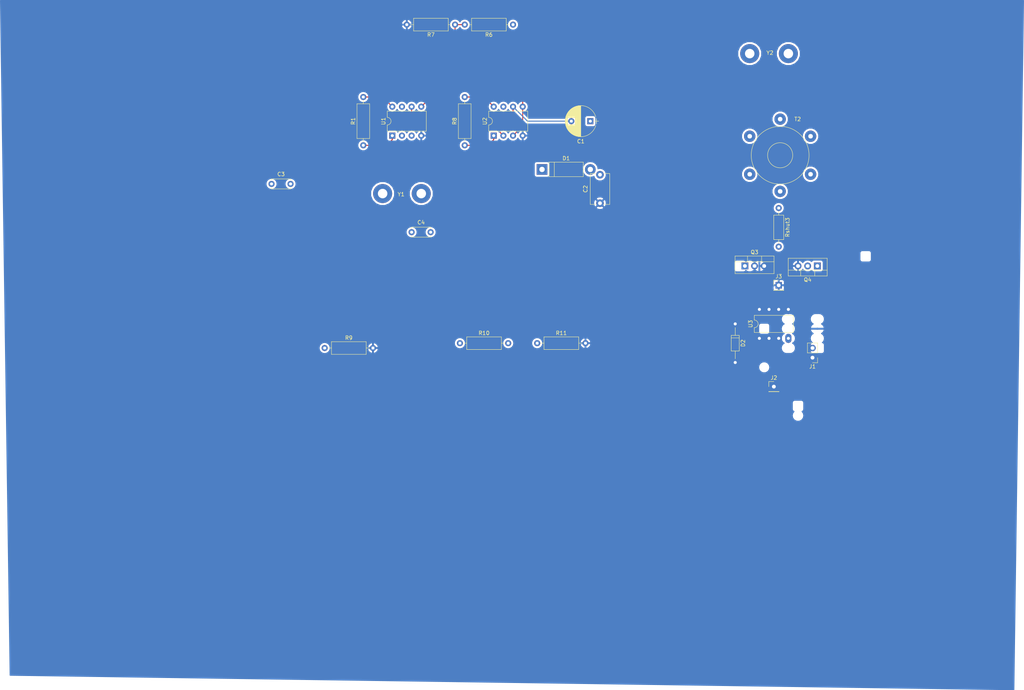
<source format=kicad_pcb>
(kicad_pcb (version 20171130) (host pcbnew "(5.0.1)-3")

  (general
    (thickness 1.6)
    (drawings 0)
    (tracks 24)
    (zones 0)
    (modules 25)
    (nets 27)
  )

  (page A4)
  (layers
    (0 F.Cu signal)
    (31 B.Cu signal)
    (32 B.Adhes user)
    (33 F.Adhes user)
    (34 B.Paste user)
    (35 F.Paste user)
    (36 B.SilkS user)
    (37 F.SilkS user)
    (38 B.Mask user)
    (39 F.Mask user)
    (40 Dwgs.User user)
    (41 Cmts.User user)
    (42 Eco1.User user)
    (43 Eco2.User user)
    (44 Edge.Cuts user)
    (45 Margin user)
    (46 B.CrtYd user)
    (47 F.CrtYd user)
    (48 B.Fab user)
    (49 F.Fab user)
  )

  (setup
    (last_trace_width 0.25)
    (trace_clearance 0.2)
    (zone_clearance 0.508)
    (zone_45_only no)
    (trace_min 0.2)
    (segment_width 0.2)
    (edge_width 0.15)
    (via_size 0.8)
    (via_drill 0.4)
    (via_min_size 0.4)
    (via_min_drill 0.3)
    (uvia_size 0.3)
    (uvia_drill 0.1)
    (uvias_allowed no)
    (uvia_min_size 0.2)
    (uvia_min_drill 0.1)
    (pcb_text_width 0.3)
    (pcb_text_size 1.5 1.5)
    (mod_edge_width 0.15)
    (mod_text_size 0.000001 0.000001)
    (mod_text_width 0.15)
    (pad_size 1.4 1.4)
    (pad_drill 0.6)
    (pad_to_mask_clearance 0.051)
    (solder_mask_min_width 0.25)
    (aux_axis_origin 0 0)
    (visible_elements 7FFFFFFF)
    (pcbplotparams
      (layerselection 0x010fc_ffffffff)
      (usegerberextensions false)
      (usegerberattributes false)
      (usegerberadvancedattributes false)
      (creategerberjobfile false)
      (excludeedgelayer true)
      (linewidth 0.100000)
      (plotframeref false)
      (viasonmask false)
      (mode 1)
      (useauxorigin false)
      (hpglpennumber 1)
      (hpglpenspeed 20)
      (hpglpendiameter 15.000000)
      (psnegative false)
      (psa4output false)
      (plotreference true)
      (plotvalue true)
      (plotinvisibletext false)
      (padsonsilk false)
      (subtractmaskfromsilk false)
      (outputformat 1)
      (mirror false)
      (drillshape 1)
      (scaleselection 1)
      (outputdirectory ""))
  )

  (net 0 "")
  (net 1 "Net-(C1-Pad2)")
  (net 2 "Net-(C1-Pad1)")
  (net 3 "Net-(C2-Pad2)")
  (net 4 GND)
  (net 5 "Net-(R1-Pad2)")
  (net 6 "Net-(R1-Pad1)")
  (net 7 +BATT)
  (net 8 /Vref)
  (net 9 "Net-(R8-Pad1)")
  (net 10 "Net-(R8-Pad2)")
  (net 11 /MicroInput)
  (net 12 "Net-(Rshut3-Pad1)")
  (net 13 "Net-(U1-Pad6)")
  (net 14 "Net-(Q3-Pad2)")
  (net 15 "Net-(Q4-Pad2)")
  (net 16 "Net-(T2-Pad5)")
  (net 17 "Net-(T2-Pad4)")
  (net 18 "Net-(C3-Pad2)")
  (net 19 "Net-(C3-Pad1)")
  (net 20 "Net-(C4-Pad1)")
  (net 21 "Net-(C4-Pad2)")
  (net 22 "Net-(D2-Pad1)")
  (net 23 "Net-(Q3-Pad1)")
  (net 24 "Net-(Q4-Pad1)")
  (net 25 ModSig-)
  (net 26 ModSig+)

  (net_class Default 这是默认网络组.
    (clearance 0.2)
    (trace_width 0.25)
    (via_dia 0.8)
    (via_drill 0.4)
    (uvia_dia 0.3)
    (uvia_drill 0.1)
    (add_net +BATT)
    (add_net /MicroInput)
    (add_net /Vref)
    (add_net GND)
    (add_net ModSig+)
    (add_net ModSig-)
    (add_net "Net-(C1-Pad1)")
    (add_net "Net-(C1-Pad2)")
    (add_net "Net-(C2-Pad2)")
    (add_net "Net-(C3-Pad1)")
    (add_net "Net-(C3-Pad2)")
    (add_net "Net-(C4-Pad1)")
    (add_net "Net-(C4-Pad2)")
    (add_net "Net-(D2-Pad1)")
    (add_net "Net-(Q3-Pad1)")
    (add_net "Net-(Q3-Pad2)")
    (add_net "Net-(Q4-Pad1)")
    (add_net "Net-(Q4-Pad2)")
    (add_net "Net-(R1-Pad1)")
    (add_net "Net-(R1-Pad2)")
    (add_net "Net-(R8-Pad1)")
    (add_net "Net-(R8-Pad2)")
    (add_net "Net-(Rshut3-Pad1)")
    (add_net "Net-(T2-Pad4)")
    (add_net "Net-(T2-Pad5)")
    (add_net "Net-(U1-Pad6)")
  )

  (module Housings_DIP:DIP-8_W7.62mm_LongPads (layer F.Cu) (tedit 59C78D6B) (tstamp 5E41D942)
    (at 186.69 105.41 90)
    (descr "8-lead though-hole mounted DIP package, row spacing 7.62 mm (300 mils), LongPads")
    (tags "THT DIP DIL PDIP 2.54mm 7.62mm 300mil LongPads")
    (path /5E424709)
    (fp_text reference U3 (at 3.81 -2.33 90) (layer F.SilkS)
      (effects (font (size 1 1) (thickness 0.15)))
    )
    (fp_text value TC427 (at 3.81 9.95 90) (layer F.Fab)
      (effects (font (size 1 1) (thickness 0.15)))
    )
    (fp_text user %R (at 3.81 3.81 90) (layer F.Fab)
      (effects (font (size 1 1) (thickness 0.15)))
    )
    (fp_line (start 9.1 -1.55) (end -1.45 -1.55) (layer F.CrtYd) (width 0.05))
    (fp_line (start 9.1 9.15) (end 9.1 -1.55) (layer F.CrtYd) (width 0.05))
    (fp_line (start -1.45 9.15) (end 9.1 9.15) (layer F.CrtYd) (width 0.05))
    (fp_line (start -1.45 -1.55) (end -1.45 9.15) (layer F.CrtYd) (width 0.05))
    (fp_line (start 6.06 -1.33) (end 4.81 -1.33) (layer F.SilkS) (width 0.12))
    (fp_line (start 6.06 8.95) (end 6.06 -1.33) (layer F.SilkS) (width 0.12))
    (fp_line (start 1.56 8.95) (end 6.06 8.95) (layer F.SilkS) (width 0.12))
    (fp_line (start 1.56 -1.33) (end 1.56 8.95) (layer F.SilkS) (width 0.12))
    (fp_line (start 2.81 -1.33) (end 1.56 -1.33) (layer F.SilkS) (width 0.12))
    (fp_line (start 0.635 -0.27) (end 1.635 -1.27) (layer F.Fab) (width 0.1))
    (fp_line (start 0.635 8.89) (end 0.635 -0.27) (layer F.Fab) (width 0.1))
    (fp_line (start 6.985 8.89) (end 0.635 8.89) (layer F.Fab) (width 0.1))
    (fp_line (start 6.985 -1.27) (end 6.985 8.89) (layer F.Fab) (width 0.1))
    (fp_line (start 1.635 -1.27) (end 6.985 -1.27) (layer F.Fab) (width 0.1))
    (fp_arc (start 3.81 -1.33) (end 2.81 -1.33) (angle -180) (layer F.SilkS) (width 0.12))
    (pad 8 thru_hole oval (at 7.62 0 90) (size 2.4 1.6) (drill 0.8) (layers *.Cu *.Mask))
    (pad 4 thru_hole oval (at 0 7.62 90) (size 2.4 1.6) (drill 0.8) (layers *.Cu *.Mask)
      (net 25 ModSig-))
    (pad 7 thru_hole oval (at 7.62 2.54 90) (size 2.4 1.6) (drill 0.8) (layers *.Cu *.Mask)
      (net 23 "Net-(Q3-Pad1)"))
    (pad 3 thru_hole oval (at 0 5.08 90) (size 2.4 1.6) (drill 0.8) (layers *.Cu *.Mask)
      (net 4 GND))
    (pad 6 thru_hole oval (at 7.62 5.08 90) (size 2.4 1.6) (drill 0.8) (layers *.Cu *.Mask)
      (net 22 "Net-(D2-Pad1)"))
    (pad 2 thru_hole oval (at 0 2.54 90) (size 2.4 1.6) (drill 0.8) (layers *.Cu *.Mask)
      (net 26 ModSig+))
    (pad 5 thru_hole oval (at 7.62 7.62 90) (size 2.4 1.6) (drill 0.8) (layers *.Cu *.Mask)
      (net 24 "Net-(Q4-Pad1)"))
    (pad 1 thru_hole rect (at 0 0 90) (size 2.4 1.6) (drill 0.8) (layers *.Cu *.Mask))
    (model ${KISYS3DMOD}/Housings_DIP.3dshapes/DIP-8_W7.62mm.wrl
      (at (xyz 0 0 0))
      (scale (xyz 1 1 1))
      (rotate (xyz 0 0 0))
    )
  )

  (module Transformers_THT:Transformer_Toroid_Tapped_Horizontal_D14.0mm_Amidon-T50 (layer F.Cu) (tedit 58CE4E56) (tstamp 5E3A75A3)
    (at 184.15 62.23)
    (descr "Transformer, Toroid, tapped, horizontal, laying, Diameter 14mm, Amidon T50,")
    (tags "Transformer Toroid tapped horizontal laying Diameter 14mm Amidon T50 ")
    (path /5E2CAB9F)
    (fp_text reference T2 (at 12.6 -14.5) (layer F.SilkS)
      (effects (font (size 1 1) (thickness 0.15)))
    )
    (fp_text value "Transformer_SP_1S 1:10" (at 8 7.2) (layer F.Fab)
      (effects (font (size 1 1) (thickness 0.15)))
    )
    (fp_circle (center 8 -5) (end 15.5 -5) (layer F.Fab) (width 0.1))
    (fp_circle (center 8 -5) (end 11.4 -5) (layer F.Fab) (width 0.1))
    (fp_circle (center 8 -5) (end 11.3 -5.1) (layer F.SilkS) (width 0.12))
    (fp_circle (center 8 -5) (end 15.6 -5.1) (layer F.SilkS) (width 0.12))
    (fp_circle (center 8 -4.9) (end 18.3 0.2) (layer F.CrtYd) (width 0.05))
    (fp_line (start 11 -6.7) (end 14.3 -8.7) (layer F.Fab) (width 0.1))
    (fp_line (start 12.8 -10.6) (end 11 -6.7) (layer F.Fab) (width 0.1))
    (fp_line (start 10.3 -7.6) (end 12.8 -10.6) (layer F.Fab) (width 0.1))
    (fp_line (start 9.8 -12.1) (end 10.3 -7.6) (layer F.Fab) (width 0.1))
    (fp_line (start 8.6 -8.5) (end 9.8 -12.1) (layer F.Fab) (width 0.1))
    (fp_line (start 6.4 -12.3) (end 8.6 -8.5) (layer F.Fab) (width 0.1))
    (fp_line (start 6.9 -8.2) (end 6.4 -12.3) (layer F.Fab) (width 0.1))
    (fp_line (start 3.5 -11) (end 6.9 -8.2) (layer F.Fab) (width 0.1))
    (fp_line (start 5.2 -7) (end 3.5 -11) (layer F.Fab) (width 0.1))
    (fp_line (start 1.6 -8.9) (end 5.2 -7) (layer F.Fab) (width 0.1))
    (fp_line (start 13.9 -1) (end 14.2 -0.9) (layer F.Fab) (width 0.1))
    (fp_line (start 10.2 -2.3) (end 13.9 -1) (layer F.Fab) (width 0.1))
    (fp_line (start 10.2 2) (end 10.2 -2.3) (layer F.Fab) (width 0.1))
    (fp_line (start 8.3 -1.6) (end 10.2 2) (layer F.Fab) (width 0.1))
    (fp_line (start 6 2.2) (end 8.3 -1.6) (layer F.Fab) (width 0.1))
    (fp_line (start 6.3 -1.9) (end 6 2.2) (layer F.Fab) (width 0.1))
    (fp_line (start 2.9 0.4) (end 6.3 -1.9) (layer F.Fab) (width 0.1))
    (fp_line (start 5 -3.1) (end 2.9 0.4) (layer F.Fab) (width 0.1))
    (fp_line (start 1.6 -1.1) (end 5 -3.1) (layer F.Fab) (width 0.1))
    (fp_text user %R (at 8 -5) (layer F.Fab)
      (effects (font (size 1 1) (thickness 0.15)))
    )
    (pad 2 thru_hole circle (at 8 4.5) (size 3 3) (drill 1.2) (layers *.Cu *.Mask)
      (net 12 "Net-(Rshut3-Pad1)"))
    (pad 5 thru_hole circle (at 8 -14.5) (size 3 3) (drill 1.2) (layers *.Cu *.Mask)
      (net 16 "Net-(T2-Pad5)"))
    (pad 6 thru_hole circle (at 16 -10) (size 3 3) (drill 1.2) (layers *.Cu *.Mask))
    (pad 4 thru_hole circle (at 0 -10) (size 3 3) (drill 1.2) (layers *.Cu *.Mask)
      (net 17 "Net-(T2-Pad4)"))
    (pad 3 thru_hole circle (at 16 0) (size 3 3) (drill 1.2) (layers *.Cu *.Mask)
      (net 15 "Net-(Q4-Pad2)"))
    (pad 1 thru_hole circle (at 0 0) (size 3 3) (drill 1.2) (layers *.Cu *.Mask)
      (net 14 "Net-(Q3-Pad2)"))
    (model ${KISYS3DMOD}/Transformers_THT.3dshapes/Transformer_Toroid_Tapped_Horizontal_D14.0mm_Amidon-T50.wrl
      (at (xyz 0 0 0))
      (scale (xyz 1 1 1))
      (rotate (xyz 0 0 0))
    )
  )

  (module Capacitors_THT:CP_Radial_D8.0mm_P5.00mm (layer F.Cu) (tedit 597BC7C2) (tstamp 5E3A3653)
    (at 142.24 48.26 180)
    (descr "CP, Radial series, Radial, pin pitch=5.00mm, , diameter=8mm, Electrolytic Capacitor")
    (tags "CP Radial series Radial pin pitch 5.00mm  diameter 8mm Electrolytic Capacitor")
    (path /5E32B0BA)
    (fp_text reference C1 (at 2.5 -5.31 180) (layer F.SilkS)
      (effects (font (size 1 1) (thickness 0.15)))
    )
    (fp_text value 159nF (at 2.5 5.31 180) (layer F.Fab)
      (effects (font (size 1 1) (thickness 0.15)))
    )
    (fp_text user %R (at 2.5 0 180) (layer F.Fab)
      (effects (font (size 1 1) (thickness 0.15)))
    )
    (fp_line (start 6.85 -4.35) (end -1.85 -4.35) (layer F.CrtYd) (width 0.05))
    (fp_line (start 6.85 4.35) (end 6.85 -4.35) (layer F.CrtYd) (width 0.05))
    (fp_line (start -1.85 4.35) (end 6.85 4.35) (layer F.CrtYd) (width 0.05))
    (fp_line (start -1.85 -4.35) (end -1.85 4.35) (layer F.CrtYd) (width 0.05))
    (fp_line (start -1.6 -0.65) (end -1.6 0.65) (layer F.SilkS) (width 0.12))
    (fp_line (start -2.2 0) (end -1 0) (layer F.SilkS) (width 0.12))
    (fp_line (start 6.581 -0.246) (end 6.581 0.246) (layer F.SilkS) (width 0.12))
    (fp_line (start 6.541 -0.598) (end 6.541 0.598) (layer F.SilkS) (width 0.12))
    (fp_line (start 6.501 -0.814) (end 6.501 0.814) (layer F.SilkS) (width 0.12))
    (fp_line (start 6.461 -0.983) (end 6.461 0.983) (layer F.SilkS) (width 0.12))
    (fp_line (start 6.421 -1.127) (end 6.421 1.127) (layer F.SilkS) (width 0.12))
    (fp_line (start 6.381 -1.254) (end 6.381 1.254) (layer F.SilkS) (width 0.12))
    (fp_line (start 6.341 -1.369) (end 6.341 1.369) (layer F.SilkS) (width 0.12))
    (fp_line (start 6.301 -1.473) (end 6.301 1.473) (layer F.SilkS) (width 0.12))
    (fp_line (start 6.261 -1.57) (end 6.261 1.57) (layer F.SilkS) (width 0.12))
    (fp_line (start 6.221 -1.66) (end 6.221 1.66) (layer F.SilkS) (width 0.12))
    (fp_line (start 6.181 -1.745) (end 6.181 1.745) (layer F.SilkS) (width 0.12))
    (fp_line (start 6.141 -1.826) (end 6.141 1.826) (layer F.SilkS) (width 0.12))
    (fp_line (start 6.101 -1.902) (end 6.101 1.902) (layer F.SilkS) (width 0.12))
    (fp_line (start 6.061 -1.974) (end 6.061 1.974) (layer F.SilkS) (width 0.12))
    (fp_line (start 6.021 -2.043) (end 6.021 2.043) (layer F.SilkS) (width 0.12))
    (fp_line (start 5.981 -2.109) (end 5.981 2.109) (layer F.SilkS) (width 0.12))
    (fp_line (start 5.941 0.98) (end 5.941 2.173) (layer F.SilkS) (width 0.12))
    (fp_line (start 5.941 -2.173) (end 5.941 -0.98) (layer F.SilkS) (width 0.12))
    (fp_line (start 5.901 0.98) (end 5.901 2.234) (layer F.SilkS) (width 0.12))
    (fp_line (start 5.901 -2.234) (end 5.901 -0.98) (layer F.SilkS) (width 0.12))
    (fp_line (start 5.861 0.98) (end 5.861 2.293) (layer F.SilkS) (width 0.12))
    (fp_line (start 5.861 -2.293) (end 5.861 -0.98) (layer F.SilkS) (width 0.12))
    (fp_line (start 5.821 0.98) (end 5.821 2.349) (layer F.SilkS) (width 0.12))
    (fp_line (start 5.821 -2.349) (end 5.821 -0.98) (layer F.SilkS) (width 0.12))
    (fp_line (start 5.781 0.98) (end 5.781 2.404) (layer F.SilkS) (width 0.12))
    (fp_line (start 5.781 -2.404) (end 5.781 -0.98) (layer F.SilkS) (width 0.12))
    (fp_line (start 5.741 0.98) (end 5.741 2.457) (layer F.SilkS) (width 0.12))
    (fp_line (start 5.741 -2.457) (end 5.741 -0.98) (layer F.SilkS) (width 0.12))
    (fp_line (start 5.701 0.98) (end 5.701 2.508) (layer F.SilkS) (width 0.12))
    (fp_line (start 5.701 -2.508) (end 5.701 -0.98) (layer F.SilkS) (width 0.12))
    (fp_line (start 5.661 0.98) (end 5.661 2.557) (layer F.SilkS) (width 0.12))
    (fp_line (start 5.661 -2.557) (end 5.661 -0.98) (layer F.SilkS) (width 0.12))
    (fp_line (start 5.621 0.98) (end 5.621 2.605) (layer F.SilkS) (width 0.12))
    (fp_line (start 5.621 -2.605) (end 5.621 -0.98) (layer F.SilkS) (width 0.12))
    (fp_line (start 5.581 0.98) (end 5.581 2.652) (layer F.SilkS) (width 0.12))
    (fp_line (start 5.581 -2.652) (end 5.581 -0.98) (layer F.SilkS) (width 0.12))
    (fp_line (start 5.541 0.98) (end 5.541 2.697) (layer F.SilkS) (width 0.12))
    (fp_line (start 5.541 -2.697) (end 5.541 -0.98) (layer F.SilkS) (width 0.12))
    (fp_line (start 5.501 0.98) (end 5.501 2.74) (layer F.SilkS) (width 0.12))
    (fp_line (start 5.501 -2.74) (end 5.501 -0.98) (layer F.SilkS) (width 0.12))
    (fp_line (start 5.461 0.98) (end 5.461 2.783) (layer F.SilkS) (width 0.12))
    (fp_line (start 5.461 -2.783) (end 5.461 -0.98) (layer F.SilkS) (width 0.12))
    (fp_line (start 5.421 0.98) (end 5.421 2.824) (layer F.SilkS) (width 0.12))
    (fp_line (start 5.421 -2.824) (end 5.421 -0.98) (layer F.SilkS) (width 0.12))
    (fp_line (start 5.381 0.98) (end 5.381 2.865) (layer F.SilkS) (width 0.12))
    (fp_line (start 5.381 -2.865) (end 5.381 -0.98) (layer F.SilkS) (width 0.12))
    (fp_line (start 5.341 0.98) (end 5.341 2.904) (layer F.SilkS) (width 0.12))
    (fp_line (start 5.341 -2.904) (end 5.341 -0.98) (layer F.SilkS) (width 0.12))
    (fp_line (start 5.301 0.98) (end 5.301 2.942) (layer F.SilkS) (width 0.12))
    (fp_line (start 5.301 -2.942) (end 5.301 -0.98) (layer F.SilkS) (width 0.12))
    (fp_line (start 5.261 0.98) (end 5.261 2.979) (layer F.SilkS) (width 0.12))
    (fp_line (start 5.261 -2.979) (end 5.261 -0.98) (layer F.SilkS) (width 0.12))
    (fp_line (start 5.221 0.98) (end 5.221 3.015) (layer F.SilkS) (width 0.12))
    (fp_line (start 5.221 -3.015) (end 5.221 -0.98) (layer F.SilkS) (width 0.12))
    (fp_line (start 5.181 0.98) (end 5.181 3.05) (layer F.SilkS) (width 0.12))
    (fp_line (start 5.181 -3.05) (end 5.181 -0.98) (layer F.SilkS) (width 0.12))
    (fp_line (start 5.141 0.98) (end 5.141 3.084) (layer F.SilkS) (width 0.12))
    (fp_line (start 5.141 -3.084) (end 5.141 -0.98) (layer F.SilkS) (width 0.12))
    (fp_line (start 5.101 0.98) (end 5.101 3.118) (layer F.SilkS) (width 0.12))
    (fp_line (start 5.101 -3.118) (end 5.101 -0.98) (layer F.SilkS) (width 0.12))
    (fp_line (start 5.061 0.98) (end 5.061 3.15) (layer F.SilkS) (width 0.12))
    (fp_line (start 5.061 -3.15) (end 5.061 -0.98) (layer F.SilkS) (width 0.12))
    (fp_line (start 5.021 0.98) (end 5.021 3.182) (layer F.SilkS) (width 0.12))
    (fp_line (start 5.021 -3.182) (end 5.021 -0.98) (layer F.SilkS) (width 0.12))
    (fp_line (start 4.981 0.98) (end 4.981 3.213) (layer F.SilkS) (width 0.12))
    (fp_line (start 4.981 -3.213) (end 4.981 -0.98) (layer F.SilkS) (width 0.12))
    (fp_line (start 4.941 0.98) (end 4.941 3.243) (layer F.SilkS) (width 0.12))
    (fp_line (start 4.941 -3.243) (end 4.941 -0.98) (layer F.SilkS) (width 0.12))
    (fp_line (start 4.901 0.98) (end 4.901 3.272) (layer F.SilkS) (width 0.12))
    (fp_line (start 4.901 -3.272) (end 4.901 -0.98) (layer F.SilkS) (width 0.12))
    (fp_line (start 4.861 0.98) (end 4.861 3.301) (layer F.SilkS) (width 0.12))
    (fp_line (start 4.861 -3.301) (end 4.861 -0.98) (layer F.SilkS) (width 0.12))
    (fp_line (start 4.821 0.98) (end 4.821 3.329) (layer F.SilkS) (width 0.12))
    (fp_line (start 4.821 -3.329) (end 4.821 -0.98) (layer F.SilkS) (width 0.12))
    (fp_line (start 4.781 0.98) (end 4.781 3.356) (layer F.SilkS) (width 0.12))
    (fp_line (start 4.781 -3.356) (end 4.781 -0.98) (layer F.SilkS) (width 0.12))
    (fp_line (start 4.741 0.98) (end 4.741 3.383) (layer F.SilkS) (width 0.12))
    (fp_line (start 4.741 -3.383) (end 4.741 -0.98) (layer F.SilkS) (width 0.12))
    (fp_line (start 4.701 0.98) (end 4.701 3.408) (layer F.SilkS) (width 0.12))
    (fp_line (start 4.701 -3.408) (end 4.701 -0.98) (layer F.SilkS) (width 0.12))
    (fp_line (start 4.661 0.98) (end 4.661 3.434) (layer F.SilkS) (width 0.12))
    (fp_line (start 4.661 -3.434) (end 4.661 -0.98) (layer F.SilkS) (width 0.12))
    (fp_line (start 4.621 0.98) (end 4.621 3.458) (layer F.SilkS) (width 0.12))
    (fp_line (start 4.621 -3.458) (end 4.621 -0.98) (layer F.SilkS) (width 0.12))
    (fp_line (start 4.581 0.98) (end 4.581 3.482) (layer F.SilkS) (width 0.12))
    (fp_line (start 4.581 -3.482) (end 4.581 -0.98) (layer F.SilkS) (width 0.12))
    (fp_line (start 4.541 0.98) (end 4.541 3.505) (layer F.SilkS) (width 0.12))
    (fp_line (start 4.541 -3.505) (end 4.541 -0.98) (layer F.SilkS) (width 0.12))
    (fp_line (start 4.501 0.98) (end 4.501 3.528) (layer F.SilkS) (width 0.12))
    (fp_line (start 4.501 -3.528) (end 4.501 -0.98) (layer F.SilkS) (width 0.12))
    (fp_line (start 4.461 0.98) (end 4.461 3.55) (layer F.SilkS) (width 0.12))
    (fp_line (start 4.461 -3.55) (end 4.461 -0.98) (layer F.SilkS) (width 0.12))
    (fp_line (start 4.421 0.98) (end 4.421 3.572) (layer F.SilkS) (width 0.12))
    (fp_line (start 4.421 -3.572) (end 4.421 -0.98) (layer F.SilkS) (width 0.12))
    (fp_line (start 4.381 0.98) (end 4.381 3.593) (layer F.SilkS) (width 0.12))
    (fp_line (start 4.381 -3.593) (end 4.381 -0.98) (layer F.SilkS) (width 0.12))
    (fp_line (start 4.341 0.98) (end 4.341 3.613) (layer F.SilkS) (width 0.12))
    (fp_line (start 4.341 -3.613) (end 4.341 -0.98) (layer F.SilkS) (width 0.12))
    (fp_line (start 4.301 0.98) (end 4.301 3.633) (layer F.SilkS) (width 0.12))
    (fp_line (start 4.301 -3.633) (end 4.301 -0.98) (layer F.SilkS) (width 0.12))
    (fp_line (start 4.261 0.98) (end 4.261 3.652) (layer F.SilkS) (width 0.12))
    (fp_line (start 4.261 -3.652) (end 4.261 -0.98) (layer F.SilkS) (width 0.12))
    (fp_line (start 4.221 0.98) (end 4.221 3.671) (layer F.SilkS) (width 0.12))
    (fp_line (start 4.221 -3.671) (end 4.221 -0.98) (layer F.SilkS) (width 0.12))
    (fp_line (start 4.181 0.98) (end 4.181 3.69) (layer F.SilkS) (width 0.12))
    (fp_line (start 4.181 -3.69) (end 4.181 -0.98) (layer F.SilkS) (width 0.12))
    (fp_line (start 4.141 0.98) (end 4.141 3.707) (layer F.SilkS) (width 0.12))
    (fp_line (start 4.141 -3.707) (end 4.141 -0.98) (layer F.SilkS) (width 0.12))
    (fp_line (start 4.101 0.98) (end 4.101 3.725) (layer F.SilkS) (width 0.12))
    (fp_line (start 4.101 -3.725) (end 4.101 -0.98) (layer F.SilkS) (width 0.12))
    (fp_line (start 4.061 0.98) (end 4.061 3.741) (layer F.SilkS) (width 0.12))
    (fp_line (start 4.061 -3.741) (end 4.061 -0.98) (layer F.SilkS) (width 0.12))
    (fp_line (start 4.021 0.98) (end 4.021 3.758) (layer F.SilkS) (width 0.12))
    (fp_line (start 4.021 -3.758) (end 4.021 -0.98) (layer F.SilkS) (width 0.12))
    (fp_line (start 3.981 -3.773) (end 3.981 3.773) (layer F.SilkS) (width 0.12))
    (fp_line (start 3.941 -3.789) (end 3.941 3.789) (layer F.SilkS) (width 0.12))
    (fp_line (start 3.901 -3.803) (end 3.901 3.803) (layer F.SilkS) (width 0.12))
    (fp_line (start 3.861 -3.818) (end 3.861 3.818) (layer F.SilkS) (width 0.12))
    (fp_line (start 3.821 -3.832) (end 3.821 3.832) (layer F.SilkS) (width 0.12))
    (fp_line (start 3.781 -3.845) (end 3.781 3.845) (layer F.SilkS) (width 0.12))
    (fp_line (start 3.741 -3.858) (end 3.741 3.858) (layer F.SilkS) (width 0.12))
    (fp_line (start 3.701 -3.87) (end 3.701 3.87) (layer F.SilkS) (width 0.12))
    (fp_line (start 3.661 -3.883) (end 3.661 3.883) (layer F.SilkS) (width 0.12))
    (fp_line (start 3.621 -3.894) (end 3.621 3.894) (layer F.SilkS) (width 0.12))
    (fp_line (start 3.581 -3.905) (end 3.581 3.905) (layer F.SilkS) (width 0.12))
    (fp_line (start 3.541 -3.916) (end 3.541 3.916) (layer F.SilkS) (width 0.12))
    (fp_line (start 3.501 -3.926) (end 3.501 3.926) (layer F.SilkS) (width 0.12))
    (fp_line (start 3.461 -3.936) (end 3.461 3.936) (layer F.SilkS) (width 0.12))
    (fp_line (start 3.421 -3.946) (end 3.421 3.946) (layer F.SilkS) (width 0.12))
    (fp_line (start 3.381 -3.955) (end 3.381 3.955) (layer F.SilkS) (width 0.12))
    (fp_line (start 3.341 -3.963) (end 3.341 3.963) (layer F.SilkS) (width 0.12))
    (fp_line (start 3.301 -3.971) (end 3.301 3.971) (layer F.SilkS) (width 0.12))
    (fp_line (start 3.261 -3.979) (end 3.261 3.979) (layer F.SilkS) (width 0.12))
    (fp_line (start 3.221 -3.987) (end 3.221 3.987) (layer F.SilkS) (width 0.12))
    (fp_line (start 3.18 -3.994) (end 3.18 3.994) (layer F.SilkS) (width 0.12))
    (fp_line (start 3.14 -4) (end 3.14 4) (layer F.SilkS) (width 0.12))
    (fp_line (start 3.1 -4.006) (end 3.1 4.006) (layer F.SilkS) (width 0.12))
    (fp_line (start 3.06 -4.012) (end 3.06 4.012) (layer F.SilkS) (width 0.12))
    (fp_line (start 3.02 -4.017) (end 3.02 4.017) (layer F.SilkS) (width 0.12))
    (fp_line (start 2.98 -4.022) (end 2.98 4.022) (layer F.SilkS) (width 0.12))
    (fp_line (start 2.94 -4.027) (end 2.94 4.027) (layer F.SilkS) (width 0.12))
    (fp_line (start 2.9 -4.031) (end 2.9 4.031) (layer F.SilkS) (width 0.12))
    (fp_line (start 2.86 -4.035) (end 2.86 4.035) (layer F.SilkS) (width 0.12))
    (fp_line (start 2.82 -4.038) (end 2.82 4.038) (layer F.SilkS) (width 0.12))
    (fp_line (start 2.78 -4.041) (end 2.78 4.041) (layer F.SilkS) (width 0.12))
    (fp_line (start 2.74 -4.043) (end 2.74 4.043) (layer F.SilkS) (width 0.12))
    (fp_line (start 2.7 -4.046) (end 2.7 4.046) (layer F.SilkS) (width 0.12))
    (fp_line (start 2.66 -4.047) (end 2.66 4.047) (layer F.SilkS) (width 0.12))
    (fp_line (start 2.62 -4.049) (end 2.62 4.049) (layer F.SilkS) (width 0.12))
    (fp_line (start 2.58 -4.05) (end 2.58 4.05) (layer F.SilkS) (width 0.12))
    (fp_line (start 2.54 -4.05) (end 2.54 4.05) (layer F.SilkS) (width 0.12))
    (fp_line (start 2.5 -4.05) (end 2.5 4.05) (layer F.SilkS) (width 0.12))
    (fp_line (start -1.6 -0.65) (end -1.6 0.65) (layer F.Fab) (width 0.1))
    (fp_line (start -2.2 0) (end -1 0) (layer F.Fab) (width 0.1))
    (fp_circle (center 2.5 0) (end 6.5 0) (layer F.Fab) (width 0.1))
    (fp_arc (start 2.5 0) (end 6.416082 -1.18) (angle 33.5) (layer F.SilkS) (width 0.12))
    (fp_arc (start 2.5 0) (end -1.416082 1.18) (angle -146.5) (layer F.SilkS) (width 0.12))
    (fp_arc (start 2.5 0) (end -1.416082 -1.18) (angle 146.5) (layer F.SilkS) (width 0.12))
    (pad 2 thru_hole circle (at 5 0 180) (size 1.6 1.6) (drill 0.8) (layers *.Cu *.Mask)
      (net 1 "Net-(C1-Pad2)"))
    (pad 1 thru_hole rect (at 0 0 180) (size 1.6 1.6) (drill 0.8) (layers *.Cu *.Mask)
      (net 2 "Net-(C1-Pad1)"))
    (model ${KISYS3DMOD}/Capacitors_THT.3dshapes/CP_Radial_D8.0mm_P5.00mm.wrl
      (at (xyz 0 0 0))
      (scale (xyz 1 1 1))
      (rotate (xyz 0 0 0))
    )
  )

  (module Capacitors_THT:C_Disc_D8.0mm_W5.0mm_P7.50mm (layer F.Cu) (tedit 597BC7C2) (tstamp 5E3A3668)
    (at 144.78 69.85 90)
    (descr "C, Disc series, Radial, pin pitch=7.50mm, , diameter*width=8*5.0mm^2, Capacitor, http://www.vishay.com/docs/28535/vy2series.pdf")
    (tags "C Disc series Radial pin pitch 7.50mm  diameter 8mm width 5.0mm Capacitor")
    (path /5E335EEA)
    (fp_text reference C2 (at 3.75 -3.81 90) (layer F.SilkS)
      (effects (font (size 1 1) (thickness 0.15)))
    )
    (fp_text value 10nF (at 3.75 3.81 90) (layer F.Fab)
      (effects (font (size 1 1) (thickness 0.15)))
    )
    (fp_text user %R (at 3.75 0 90) (layer F.Fab)
      (effects (font (size 1 1) (thickness 0.15)))
    )
    (fp_line (start 8.75 -2.85) (end -1.25 -2.85) (layer F.CrtYd) (width 0.05))
    (fp_line (start 8.75 2.85) (end 8.75 -2.85) (layer F.CrtYd) (width 0.05))
    (fp_line (start -1.25 2.85) (end 8.75 2.85) (layer F.CrtYd) (width 0.05))
    (fp_line (start -1.25 -2.85) (end -1.25 2.85) (layer F.CrtYd) (width 0.05))
    (fp_line (start 7.81 1.195) (end 7.81 2.56) (layer F.SilkS) (width 0.12))
    (fp_line (start 7.81 -2.56) (end 7.81 -1.195) (layer F.SilkS) (width 0.12))
    (fp_line (start -0.31 1.195) (end -0.31 2.56) (layer F.SilkS) (width 0.12))
    (fp_line (start -0.31 -2.56) (end -0.31 -1.195) (layer F.SilkS) (width 0.12))
    (fp_line (start -0.31 2.56) (end 7.81 2.56) (layer F.SilkS) (width 0.12))
    (fp_line (start -0.31 -2.56) (end 7.81 -2.56) (layer F.SilkS) (width 0.12))
    (fp_line (start 7.75 -2.5) (end -0.25 -2.5) (layer F.Fab) (width 0.1))
    (fp_line (start 7.75 2.5) (end 7.75 -2.5) (layer F.Fab) (width 0.1))
    (fp_line (start -0.25 2.5) (end 7.75 2.5) (layer F.Fab) (width 0.1))
    (fp_line (start -0.25 -2.5) (end -0.25 2.5) (layer F.Fab) (width 0.1))
    (pad 2 thru_hole circle (at 7.5 0 90) (size 2 2) (drill 1) (layers *.Cu *.Mask)
      (net 3 "Net-(C2-Pad2)"))
    (pad 1 thru_hole circle (at 0 0 90) (size 2 2) (drill 1) (layers *.Cu *.Mask)
      (net 4 GND))
    (model ${KISYS3DMOD}/Capacitors_THT.3dshapes/C_Disc_D8.0mm_W5.0mm_P7.50mm.wrl
      (at (xyz 0 0 0))
      (scale (xyz 1 1 1))
      (rotate (xyz 0 0 0))
    )
  )

  (module Diodes_THT:D_5W_P12.70mm_Horizontal (layer F.Cu) (tedit 5921392E) (tstamp 5E3A3681)
    (at 129.54 60.96)
    (descr "D, 5W series, Axial, Horizontal, pin pitch=12.7mm, , length*diameter=8.9*3.7mm^2, , http://www.diodes.com/_files/packages/8686949.gif")
    (tags "D 5W series Axial Horizontal pin pitch 12.7mm  length 8.9mm diameter 3.7mm")
    (path /5E32C473)
    (fp_text reference D1 (at 6.35 -2.91) (layer F.SilkS)
      (effects (font (size 1 1) (thickness 0.15)))
    )
    (fp_text value 1N4148 (at 6.35 2.91) (layer F.Fab)
      (effects (font (size 1 1) (thickness 0.15)))
    )
    (fp_line (start 14.35 -2.2) (end -1.65 -2.2) (layer F.CrtYd) (width 0.05))
    (fp_line (start 14.35 2.2) (end 14.35 -2.2) (layer F.CrtYd) (width 0.05))
    (fp_line (start -1.65 2.2) (end 14.35 2.2) (layer F.CrtYd) (width 0.05))
    (fp_line (start -1.65 -2.2) (end -1.65 2.2) (layer F.CrtYd) (width 0.05))
    (fp_line (start 3.235 -1.91) (end 3.235 1.91) (layer F.SilkS) (width 0.12))
    (fp_line (start 11.12 0) (end 10.86 0) (layer F.SilkS) (width 0.12))
    (fp_line (start 1.58 0) (end 1.84 0) (layer F.SilkS) (width 0.12))
    (fp_line (start 10.86 -1.91) (end 1.84 -1.91) (layer F.SilkS) (width 0.12))
    (fp_line (start 10.86 1.91) (end 10.86 -1.91) (layer F.SilkS) (width 0.12))
    (fp_line (start 1.84 1.91) (end 10.86 1.91) (layer F.SilkS) (width 0.12))
    (fp_line (start 1.84 -1.91) (end 1.84 1.91) (layer F.SilkS) (width 0.12))
    (fp_line (start 3.235 -1.85) (end 3.235 1.85) (layer F.Fab) (width 0.1))
    (fp_line (start 12.7 0) (end 10.8 0) (layer F.Fab) (width 0.1))
    (fp_line (start 0 0) (end 1.9 0) (layer F.Fab) (width 0.1))
    (fp_line (start 10.8 -1.85) (end 1.9 -1.85) (layer F.Fab) (width 0.1))
    (fp_line (start 10.8 1.85) (end 10.8 -1.85) (layer F.Fab) (width 0.1))
    (fp_line (start 1.9 1.85) (end 10.8 1.85) (layer F.Fab) (width 0.1))
    (fp_line (start 1.9 -1.85) (end 1.9 1.85) (layer F.Fab) (width 0.1))
    (fp_text user %R (at 6.35 0) (layer F.Fab)
      (effects (font (size 1 1) (thickness 0.15)))
    )
    (pad 2 thru_hole oval (at 12.7 0) (size 2.8 2.8) (drill 1.4) (layers *.Cu *.Mask)
      (net 3 "Net-(C2-Pad2)"))
    (pad 1 thru_hole rect (at 0 0) (size 2.8 2.8) (drill 1.4) (layers *.Cu *.Mask)
      (net 2 "Net-(C1-Pad1)"))
    (model ${KISYS3DMOD}/Diodes_THT.3dshapes/D_5W_P12.70mm_Horizontal.wrl
      (at (xyz 0 0 0))
      (scale (xyz 0.393701 0.393701 0.393701))
      (rotate (xyz 0 0 0))
    )
  )

  (module Resistors_THT:R_Axial_DIN0309_L9.0mm_D3.2mm_P12.70mm_Horizontal (layer F.Cu) (tedit 5874F706) (tstamp 5E3A36C3)
    (at 82.55 54.61 90)
    (descr "Resistor, Axial_DIN0309 series, Axial, Horizontal, pin pitch=12.7mm, 0.5W = 1/2W, length*diameter=9*3.2mm^2, http://cdn-reichelt.de/documents/datenblatt/B400/1_4W%23YAG.pdf")
    (tags "Resistor Axial_DIN0309 series Axial Horizontal pin pitch 12.7mm 0.5W = 1/2W length 9mm diameter 3.2mm")
    (path /5E350B79)
    (fp_text reference R1 (at 6.35 -2.66 90) (layer F.SilkS)
      (effects (font (size 1 1) (thickness 0.15)))
    )
    (fp_text value 101 (at 6.35 2.66 90) (layer F.Fab)
      (effects (font (size 1 1) (thickness 0.15)))
    )
    (fp_line (start 13.75 -1.95) (end -1.05 -1.95) (layer F.CrtYd) (width 0.05))
    (fp_line (start 13.75 1.95) (end 13.75 -1.95) (layer F.CrtYd) (width 0.05))
    (fp_line (start -1.05 1.95) (end 13.75 1.95) (layer F.CrtYd) (width 0.05))
    (fp_line (start -1.05 -1.95) (end -1.05 1.95) (layer F.CrtYd) (width 0.05))
    (fp_line (start 11.72 0) (end 10.91 0) (layer F.SilkS) (width 0.12))
    (fp_line (start 0.98 0) (end 1.79 0) (layer F.SilkS) (width 0.12))
    (fp_line (start 10.91 -1.66) (end 1.79 -1.66) (layer F.SilkS) (width 0.12))
    (fp_line (start 10.91 1.66) (end 10.91 -1.66) (layer F.SilkS) (width 0.12))
    (fp_line (start 1.79 1.66) (end 10.91 1.66) (layer F.SilkS) (width 0.12))
    (fp_line (start 1.79 -1.66) (end 1.79 1.66) (layer F.SilkS) (width 0.12))
    (fp_line (start 12.7 0) (end 10.85 0) (layer F.Fab) (width 0.1))
    (fp_line (start 0 0) (end 1.85 0) (layer F.Fab) (width 0.1))
    (fp_line (start 10.85 -1.6) (end 1.85 -1.6) (layer F.Fab) (width 0.1))
    (fp_line (start 10.85 1.6) (end 10.85 -1.6) (layer F.Fab) (width 0.1))
    (fp_line (start 1.85 1.6) (end 10.85 1.6) (layer F.Fab) (width 0.1))
    (fp_line (start 1.85 -1.6) (end 1.85 1.6) (layer F.Fab) (width 0.1))
    (pad 2 thru_hole oval (at 12.7 0 90) (size 1.6 1.6) (drill 0.8) (layers *.Cu *.Mask)
      (net 5 "Net-(R1-Pad2)"))
    (pad 1 thru_hole circle (at 0 0 90) (size 1.6 1.6) (drill 0.8) (layers *.Cu *.Mask)
      (net 6 "Net-(R1-Pad1)"))
    (model ${KISYS3DMOD}/Resistors_THT.3dshapes/R_Axial_DIN0309_L9.0mm_D3.2mm_P12.70mm_Horizontal.wrl
      (at (xyz 0 0 0))
      (scale (xyz 0.393701 0.393701 0.393701))
      (rotate (xyz 0 0 0))
    )
  )

  (module Resistors_THT:R_Axial_DIN0309_L9.0mm_D3.2mm_P12.70mm_Horizontal (layer F.Cu) (tedit 5874F706) (tstamp 5E3A3731)
    (at 121.92 22.86 180)
    (descr "Resistor, Axial_DIN0309 series, Axial, Horizontal, pin pitch=12.7mm, 0.5W = 1/2W, length*diameter=9*3.2mm^2, http://cdn-reichelt.de/documents/datenblatt/B400/1_4W%23YAG.pdf")
    (tags "Resistor Axial_DIN0309 series Axial Horizontal pin pitch 12.7mm 0.5W = 1/2W length 9mm diameter 3.2mm")
    (path /5E325336)
    (fp_text reference R6 (at 6.35 -2.66 180) (layer F.SilkS)
      (effects (font (size 1 1) (thickness 0.15)))
    )
    (fp_text value 4K (at 6.35 2.66 180) (layer F.Fab)
      (effects (font (size 1 1) (thickness 0.15)))
    )
    (fp_line (start 13.75 -1.95) (end -1.05 -1.95) (layer F.CrtYd) (width 0.05))
    (fp_line (start 13.75 1.95) (end 13.75 -1.95) (layer F.CrtYd) (width 0.05))
    (fp_line (start -1.05 1.95) (end 13.75 1.95) (layer F.CrtYd) (width 0.05))
    (fp_line (start -1.05 -1.95) (end -1.05 1.95) (layer F.CrtYd) (width 0.05))
    (fp_line (start 11.72 0) (end 10.91 0) (layer F.SilkS) (width 0.12))
    (fp_line (start 0.98 0) (end 1.79 0) (layer F.SilkS) (width 0.12))
    (fp_line (start 10.91 -1.66) (end 1.79 -1.66) (layer F.SilkS) (width 0.12))
    (fp_line (start 10.91 1.66) (end 10.91 -1.66) (layer F.SilkS) (width 0.12))
    (fp_line (start 1.79 1.66) (end 10.91 1.66) (layer F.SilkS) (width 0.12))
    (fp_line (start 1.79 -1.66) (end 1.79 1.66) (layer F.SilkS) (width 0.12))
    (fp_line (start 12.7 0) (end 10.85 0) (layer F.Fab) (width 0.1))
    (fp_line (start 0 0) (end 1.85 0) (layer F.Fab) (width 0.1))
    (fp_line (start 10.85 -1.6) (end 1.85 -1.6) (layer F.Fab) (width 0.1))
    (fp_line (start 10.85 1.6) (end 10.85 -1.6) (layer F.Fab) (width 0.1))
    (fp_line (start 1.85 1.6) (end 10.85 1.6) (layer F.Fab) (width 0.1))
    (fp_line (start 1.85 -1.6) (end 1.85 1.6) (layer F.Fab) (width 0.1))
    (pad 2 thru_hole oval (at 12.7 0 180) (size 1.6 1.6) (drill 0.8) (layers *.Cu *.Mask)
      (net 8 /Vref))
    (pad 1 thru_hole circle (at 0 0 180) (size 1.6 1.6) (drill 0.8) (layers *.Cu *.Mask)
      (net 7 +BATT))
    (model ${KISYS3DMOD}/Resistors_THT.3dshapes/R_Axial_DIN0309_L9.0mm_D3.2mm_P12.70mm_Horizontal.wrl
      (at (xyz 0 0 0))
      (scale (xyz 0.393701 0.393701 0.393701))
      (rotate (xyz 0 0 0))
    )
  )

  (module Resistors_THT:R_Axial_DIN0309_L9.0mm_D3.2mm_P12.70mm_Horizontal (layer F.Cu) (tedit 5874F706) (tstamp 5E3A3747)
    (at 106.68 22.86 180)
    (descr "Resistor, Axial_DIN0309 series, Axial, Horizontal, pin pitch=12.7mm, 0.5W = 1/2W, length*diameter=9*3.2mm^2, http://cdn-reichelt.de/documents/datenblatt/B400/1_4W%23YAG.pdf")
    (tags "Resistor Axial_DIN0309 series Axial Horizontal pin pitch 12.7mm 0.5W = 1/2W length 9mm diameter 3.2mm")
    (path /5E325986)
    (fp_text reference R7 (at 6.35 -2.66 180) (layer F.SilkS)
      (effects (font (size 1 1) (thickness 0.15)))
    )
    (fp_text value 4K (at 6.35 2.66 180) (layer F.Fab)
      (effects (font (size 1 1) (thickness 0.15)))
    )
    (fp_line (start 1.85 -1.6) (end 1.85 1.6) (layer F.Fab) (width 0.1))
    (fp_line (start 1.85 1.6) (end 10.85 1.6) (layer F.Fab) (width 0.1))
    (fp_line (start 10.85 1.6) (end 10.85 -1.6) (layer F.Fab) (width 0.1))
    (fp_line (start 10.85 -1.6) (end 1.85 -1.6) (layer F.Fab) (width 0.1))
    (fp_line (start 0 0) (end 1.85 0) (layer F.Fab) (width 0.1))
    (fp_line (start 12.7 0) (end 10.85 0) (layer F.Fab) (width 0.1))
    (fp_line (start 1.79 -1.66) (end 1.79 1.66) (layer F.SilkS) (width 0.12))
    (fp_line (start 1.79 1.66) (end 10.91 1.66) (layer F.SilkS) (width 0.12))
    (fp_line (start 10.91 1.66) (end 10.91 -1.66) (layer F.SilkS) (width 0.12))
    (fp_line (start 10.91 -1.66) (end 1.79 -1.66) (layer F.SilkS) (width 0.12))
    (fp_line (start 0.98 0) (end 1.79 0) (layer F.SilkS) (width 0.12))
    (fp_line (start 11.72 0) (end 10.91 0) (layer F.SilkS) (width 0.12))
    (fp_line (start -1.05 -1.95) (end -1.05 1.95) (layer F.CrtYd) (width 0.05))
    (fp_line (start -1.05 1.95) (end 13.75 1.95) (layer F.CrtYd) (width 0.05))
    (fp_line (start 13.75 1.95) (end 13.75 -1.95) (layer F.CrtYd) (width 0.05))
    (fp_line (start 13.75 -1.95) (end -1.05 -1.95) (layer F.CrtYd) (width 0.05))
    (pad 1 thru_hole circle (at 0 0 180) (size 1.6 1.6) (drill 0.8) (layers *.Cu *.Mask)
      (net 8 /Vref))
    (pad 2 thru_hole oval (at 12.7 0 180) (size 1.6 1.6) (drill 0.8) (layers *.Cu *.Mask)
      (net 4 GND))
    (model ${KISYS3DMOD}/Resistors_THT.3dshapes/R_Axial_DIN0309_L9.0mm_D3.2mm_P12.70mm_Horizontal.wrl
      (at (xyz 0 0 0))
      (scale (xyz 0.393701 0.393701 0.393701))
      (rotate (xyz 0 0 0))
    )
  )

  (module Resistors_THT:R_Axial_DIN0309_L9.0mm_D3.2mm_P12.70mm_Horizontal (layer F.Cu) (tedit 5874F706) (tstamp 5E3A375D)
    (at 109.22 54.61 90)
    (descr "Resistor, Axial_DIN0309 series, Axial, Horizontal, pin pitch=12.7mm, 0.5W = 1/2W, length*diameter=9*3.2mm^2, http://cdn-reichelt.de/documents/datenblatt/B400/1_4W%23YAG.pdf")
    (tags "Resistor Axial_DIN0309 series Axial Horizontal pin pitch 12.7mm 0.5W = 1/2W length 9mm diameter 3.2mm")
    (path /5E3440F7)
    (fp_text reference R8 (at 6.35 -2.66 90) (layer F.SilkS)
      (effects (font (size 1 1) (thickness 0.15)))
    )
    (fp_text value 101 (at 6.35 2.66 90) (layer F.Fab)
      (effects (font (size 1 1) (thickness 0.15)))
    )
    (fp_line (start 1.85 -1.6) (end 1.85 1.6) (layer F.Fab) (width 0.1))
    (fp_line (start 1.85 1.6) (end 10.85 1.6) (layer F.Fab) (width 0.1))
    (fp_line (start 10.85 1.6) (end 10.85 -1.6) (layer F.Fab) (width 0.1))
    (fp_line (start 10.85 -1.6) (end 1.85 -1.6) (layer F.Fab) (width 0.1))
    (fp_line (start 0 0) (end 1.85 0) (layer F.Fab) (width 0.1))
    (fp_line (start 12.7 0) (end 10.85 0) (layer F.Fab) (width 0.1))
    (fp_line (start 1.79 -1.66) (end 1.79 1.66) (layer F.SilkS) (width 0.12))
    (fp_line (start 1.79 1.66) (end 10.91 1.66) (layer F.SilkS) (width 0.12))
    (fp_line (start 10.91 1.66) (end 10.91 -1.66) (layer F.SilkS) (width 0.12))
    (fp_line (start 10.91 -1.66) (end 1.79 -1.66) (layer F.SilkS) (width 0.12))
    (fp_line (start 0.98 0) (end 1.79 0) (layer F.SilkS) (width 0.12))
    (fp_line (start 11.72 0) (end 10.91 0) (layer F.SilkS) (width 0.12))
    (fp_line (start -1.05 -1.95) (end -1.05 1.95) (layer F.CrtYd) (width 0.05))
    (fp_line (start -1.05 1.95) (end 13.75 1.95) (layer F.CrtYd) (width 0.05))
    (fp_line (start 13.75 1.95) (end 13.75 -1.95) (layer F.CrtYd) (width 0.05))
    (fp_line (start 13.75 -1.95) (end -1.05 -1.95) (layer F.CrtYd) (width 0.05))
    (pad 1 thru_hole circle (at 0 0 90) (size 1.6 1.6) (drill 0.8) (layers *.Cu *.Mask)
      (net 9 "Net-(R8-Pad1)"))
    (pad 2 thru_hole oval (at 12.7 0 90) (size 1.6 1.6) (drill 0.8) (layers *.Cu *.Mask)
      (net 10 "Net-(R8-Pad2)"))
    (model ${KISYS3DMOD}/Resistors_THT.3dshapes/R_Axial_DIN0309_L9.0mm_D3.2mm_P12.70mm_Horizontal.wrl
      (at (xyz 0 0 0))
      (scale (xyz 0.393701 0.393701 0.393701))
      (rotate (xyz 0 0 0))
    )
  )

  (module Resistors_THT:R_Axial_DIN0309_L9.0mm_D3.2mm_P12.70mm_Horizontal (layer F.Cu) (tedit 5874F706) (tstamp 5E3A3773)
    (at 72.39 107.95)
    (descr "Resistor, Axial_DIN0309 series, Axial, Horizontal, pin pitch=12.7mm, 0.5W = 1/2W, length*diameter=9*3.2mm^2, http://cdn-reichelt.de/documents/datenblatt/B400/1_4W%23YAG.pdf")
    (tags "Resistor Axial_DIN0309 series Axial Horizontal pin pitch 12.7mm 0.5W = 1/2W length 9mm diameter 3.2mm")
    (path /5E33632E)
    (fp_text reference R9 (at 6.35 -2.66) (layer F.SilkS)
      (effects (font (size 1 1) (thickness 0.15)))
    )
    (fp_text value 530 (at 6.35 2.66) (layer F.Fab)
      (effects (font (size 1 1) (thickness 0.15)))
    )
    (fp_line (start 13.75 -1.95) (end -1.05 -1.95) (layer F.CrtYd) (width 0.05))
    (fp_line (start 13.75 1.95) (end 13.75 -1.95) (layer F.CrtYd) (width 0.05))
    (fp_line (start -1.05 1.95) (end 13.75 1.95) (layer F.CrtYd) (width 0.05))
    (fp_line (start -1.05 -1.95) (end -1.05 1.95) (layer F.CrtYd) (width 0.05))
    (fp_line (start 11.72 0) (end 10.91 0) (layer F.SilkS) (width 0.12))
    (fp_line (start 0.98 0) (end 1.79 0) (layer F.SilkS) (width 0.12))
    (fp_line (start 10.91 -1.66) (end 1.79 -1.66) (layer F.SilkS) (width 0.12))
    (fp_line (start 10.91 1.66) (end 10.91 -1.66) (layer F.SilkS) (width 0.12))
    (fp_line (start 1.79 1.66) (end 10.91 1.66) (layer F.SilkS) (width 0.12))
    (fp_line (start 1.79 -1.66) (end 1.79 1.66) (layer F.SilkS) (width 0.12))
    (fp_line (start 12.7 0) (end 10.85 0) (layer F.Fab) (width 0.1))
    (fp_line (start 0 0) (end 1.85 0) (layer F.Fab) (width 0.1))
    (fp_line (start 10.85 -1.6) (end 1.85 -1.6) (layer F.Fab) (width 0.1))
    (fp_line (start 10.85 1.6) (end 10.85 -1.6) (layer F.Fab) (width 0.1))
    (fp_line (start 1.85 1.6) (end 10.85 1.6) (layer F.Fab) (width 0.1))
    (fp_line (start 1.85 -1.6) (end 1.85 1.6) (layer F.Fab) (width 0.1))
    (pad 2 thru_hole oval (at 12.7 0) (size 1.6 1.6) (drill 0.8) (layers *.Cu *.Mask)
      (net 4 GND))
    (pad 1 thru_hole circle (at 0 0) (size 1.6 1.6) (drill 0.8) (layers *.Cu *.Mask)
      (net 3 "Net-(C2-Pad2)"))
    (model ${KISYS3DMOD}/Resistors_THT.3dshapes/R_Axial_DIN0309_L9.0mm_D3.2mm_P12.70mm_Horizontal.wrl
      (at (xyz 0 0 0))
      (scale (xyz 0.393701 0.393701 0.393701))
      (rotate (xyz 0 0 0))
    )
  )

  (module Resistors_THT:R_Axial_DIN0309_L9.0mm_D3.2mm_P12.70mm_Horizontal (layer F.Cu) (tedit 5874F706) (tstamp 5E3A3789)
    (at 107.95 106.68)
    (descr "Resistor, Axial_DIN0309 series, Axial, Horizontal, pin pitch=12.7mm, 0.5W = 1/2W, length*diameter=9*3.2mm^2, http://cdn-reichelt.de/documents/datenblatt/B400/1_4W%23YAG.pdf")
    (tags "Resistor Axial_DIN0309 series Axial Horizontal pin pitch 12.7mm 0.5W = 1/2W length 9mm diameter 3.2mm")
    (path /5E33ED21)
    (fp_text reference R10 (at 6.35 -2.66) (layer F.SilkS)
      (effects (font (size 1 1) (thickness 0.15)))
    )
    (fp_text value 2Khom (at 6.35 2.66) (layer F.Fab)
      (effects (font (size 1 1) (thickness 0.15)))
    )
    (fp_line (start 1.85 -1.6) (end 1.85 1.6) (layer F.Fab) (width 0.1))
    (fp_line (start 1.85 1.6) (end 10.85 1.6) (layer F.Fab) (width 0.1))
    (fp_line (start 10.85 1.6) (end 10.85 -1.6) (layer F.Fab) (width 0.1))
    (fp_line (start 10.85 -1.6) (end 1.85 -1.6) (layer F.Fab) (width 0.1))
    (fp_line (start 0 0) (end 1.85 0) (layer F.Fab) (width 0.1))
    (fp_line (start 12.7 0) (end 10.85 0) (layer F.Fab) (width 0.1))
    (fp_line (start 1.79 -1.66) (end 1.79 1.66) (layer F.SilkS) (width 0.12))
    (fp_line (start 1.79 1.66) (end 10.91 1.66) (layer F.SilkS) (width 0.12))
    (fp_line (start 10.91 1.66) (end 10.91 -1.66) (layer F.SilkS) (width 0.12))
    (fp_line (start 10.91 -1.66) (end 1.79 -1.66) (layer F.SilkS) (width 0.12))
    (fp_line (start 0.98 0) (end 1.79 0) (layer F.SilkS) (width 0.12))
    (fp_line (start 11.72 0) (end 10.91 0) (layer F.SilkS) (width 0.12))
    (fp_line (start -1.05 -1.95) (end -1.05 1.95) (layer F.CrtYd) (width 0.05))
    (fp_line (start -1.05 1.95) (end 13.75 1.95) (layer F.CrtYd) (width 0.05))
    (fp_line (start 13.75 1.95) (end 13.75 -1.95) (layer F.CrtYd) (width 0.05))
    (fp_line (start 13.75 -1.95) (end -1.05 -1.95) (layer F.CrtYd) (width 0.05))
    (pad 1 thru_hole circle (at 0 0) (size 1.6 1.6) (drill 0.8) (layers *.Cu *.Mask)
      (net 3 "Net-(C2-Pad2)"))
    (pad 2 thru_hole oval (at 12.7 0) (size 1.6 1.6) (drill 0.8) (layers *.Cu *.Mask)
      (net 11 /MicroInput))
    (model ${KISYS3DMOD}/Resistors_THT.3dshapes/R_Axial_DIN0309_L9.0mm_D3.2mm_P12.70mm_Horizontal.wrl
      (at (xyz 0 0 0))
      (scale (xyz 0.393701 0.393701 0.393701))
      (rotate (xyz 0 0 0))
    )
  )

  (module Resistors_THT:R_Axial_DIN0309_L9.0mm_D3.2mm_P12.70mm_Horizontal (layer F.Cu) (tedit 5874F706) (tstamp 5E3A379F)
    (at 128.27 106.68)
    (descr "Resistor, Axial_DIN0309 series, Axial, Horizontal, pin pitch=12.7mm, 0.5W = 1/2W, length*diameter=9*3.2mm^2, http://cdn-reichelt.de/documents/datenblatt/B400/1_4W%23YAG.pdf")
    (tags "Resistor Axial_DIN0309 series Axial Horizontal pin pitch 12.7mm 0.5W = 1/2W length 9mm diameter 3.2mm")
    (path /5E33F269)
    (fp_text reference R11 (at 6.35 -2.66) (layer F.SilkS)
      (effects (font (size 1 1) (thickness 0.15)))
    )
    (fp_text value 1Kohm (at 6.35 2.66) (layer F.Fab)
      (effects (font (size 1 1) (thickness 0.15)))
    )
    (fp_line (start 13.75 -1.95) (end -1.05 -1.95) (layer F.CrtYd) (width 0.05))
    (fp_line (start 13.75 1.95) (end 13.75 -1.95) (layer F.CrtYd) (width 0.05))
    (fp_line (start -1.05 1.95) (end 13.75 1.95) (layer F.CrtYd) (width 0.05))
    (fp_line (start -1.05 -1.95) (end -1.05 1.95) (layer F.CrtYd) (width 0.05))
    (fp_line (start 11.72 0) (end 10.91 0) (layer F.SilkS) (width 0.12))
    (fp_line (start 0.98 0) (end 1.79 0) (layer F.SilkS) (width 0.12))
    (fp_line (start 10.91 -1.66) (end 1.79 -1.66) (layer F.SilkS) (width 0.12))
    (fp_line (start 10.91 1.66) (end 10.91 -1.66) (layer F.SilkS) (width 0.12))
    (fp_line (start 1.79 1.66) (end 10.91 1.66) (layer F.SilkS) (width 0.12))
    (fp_line (start 1.79 -1.66) (end 1.79 1.66) (layer F.SilkS) (width 0.12))
    (fp_line (start 12.7 0) (end 10.85 0) (layer F.Fab) (width 0.1))
    (fp_line (start 0 0) (end 1.85 0) (layer F.Fab) (width 0.1))
    (fp_line (start 10.85 -1.6) (end 1.85 -1.6) (layer F.Fab) (width 0.1))
    (fp_line (start 10.85 1.6) (end 10.85 -1.6) (layer F.Fab) (width 0.1))
    (fp_line (start 1.85 1.6) (end 10.85 1.6) (layer F.Fab) (width 0.1))
    (fp_line (start 1.85 -1.6) (end 1.85 1.6) (layer F.Fab) (width 0.1))
    (pad 2 thru_hole oval (at 12.7 0) (size 1.6 1.6) (drill 0.8) (layers *.Cu *.Mask)
      (net 4 GND))
    (pad 1 thru_hole circle (at 0 0) (size 1.6 1.6) (drill 0.8) (layers *.Cu *.Mask)
      (net 11 /MicroInput))
    (model ${KISYS3DMOD}/Resistors_THT.3dshapes/R_Axial_DIN0309_L9.0mm_D3.2mm_P12.70mm_Horizontal.wrl
      (at (xyz 0 0 0))
      (scale (xyz 0.393701 0.393701 0.393701))
      (rotate (xyz 0 0 0))
    )
  )

  (module Resistors_THT:R_Axial_DIN0207_L6.3mm_D2.5mm_P10.16mm_Horizontal (layer F.Cu) (tedit 5874F706) (tstamp 5E3A37B5)
    (at 191.77 71.12 270)
    (descr "Resistor, Axial_DIN0207 series, Axial, Horizontal, pin pitch=10.16mm, 0.25W = 1/4W, length*diameter=6.3*2.5mm^2, http://cdn-reichelt.de/documents/datenblatt/B400/1_4W%23YAG.pdf")
    (tags "Resistor Axial_DIN0207 series Axial Horizontal pin pitch 10.16mm 0.25W = 1/4W length 6.3mm diameter 2.5mm")
    (path /5E2CB82B)
    (fp_text reference Rshut3 (at 5.08 -2.31 270) (layer F.SilkS)
      (effects (font (size 1 1) (thickness 0.15)))
    )
    (fp_text value 0.01 (at 5.08 2.31 270) (layer F.Fab)
      (effects (font (size 1 1) (thickness 0.15)))
    )
    (fp_line (start 11.25 -1.6) (end -1.05 -1.6) (layer F.CrtYd) (width 0.05))
    (fp_line (start 11.25 1.6) (end 11.25 -1.6) (layer F.CrtYd) (width 0.05))
    (fp_line (start -1.05 1.6) (end 11.25 1.6) (layer F.CrtYd) (width 0.05))
    (fp_line (start -1.05 -1.6) (end -1.05 1.6) (layer F.CrtYd) (width 0.05))
    (fp_line (start 9.18 0) (end 8.29 0) (layer F.SilkS) (width 0.12))
    (fp_line (start 0.98 0) (end 1.87 0) (layer F.SilkS) (width 0.12))
    (fp_line (start 8.29 -1.31) (end 1.87 -1.31) (layer F.SilkS) (width 0.12))
    (fp_line (start 8.29 1.31) (end 8.29 -1.31) (layer F.SilkS) (width 0.12))
    (fp_line (start 1.87 1.31) (end 8.29 1.31) (layer F.SilkS) (width 0.12))
    (fp_line (start 1.87 -1.31) (end 1.87 1.31) (layer F.SilkS) (width 0.12))
    (fp_line (start 10.16 0) (end 8.23 0) (layer F.Fab) (width 0.1))
    (fp_line (start 0 0) (end 1.93 0) (layer F.Fab) (width 0.1))
    (fp_line (start 8.23 -1.25) (end 1.93 -1.25) (layer F.Fab) (width 0.1))
    (fp_line (start 8.23 1.25) (end 8.23 -1.25) (layer F.Fab) (width 0.1))
    (fp_line (start 1.93 1.25) (end 8.23 1.25) (layer F.Fab) (width 0.1))
    (fp_line (start 1.93 -1.25) (end 1.93 1.25) (layer F.Fab) (width 0.1))
    (pad 2 thru_hole oval (at 10.16 0 270) (size 1.6 1.6) (drill 0.8) (layers *.Cu *.Mask)
      (net 7 +BATT))
    (pad 1 thru_hole circle (at 0 0 270) (size 1.6 1.6) (drill 0.8) (layers *.Cu *.Mask)
      (net 12 "Net-(Rshut3-Pad1)"))
    (model ${KISYS3DMOD}/Resistors_THT.3dshapes/R_Axial_DIN0207_L6.3mm_D2.5mm_P10.16mm_Horizontal.wrl
      (at (xyz 0 0 0))
      (scale (xyz 0.393701 0.393701 0.393701))
      (rotate (xyz 0 0 0))
    )
  )

  (module Housings_DIP:DIP-8_W7.62mm (layer F.Cu) (tedit 59C78D6B) (tstamp 5E3A37E7)
    (at 90.17 52.07 90)
    (descr "8-lead though-hole mounted DIP package, row spacing 7.62 mm (300 mils)")
    (tags "THT DIP DIL PDIP 2.54mm 7.62mm 300mil")
    (path /5E31F4CD)
    (fp_text reference U1 (at 3.81 -2.33 90) (layer F.SilkS)
      (effects (font (size 1 1) (thickness 0.15)))
    )
    (fp_text value INA217 (at 3.81 9.95 90) (layer F.Fab)
      (effects (font (size 1 1) (thickness 0.15)))
    )
    (fp_arc (start 3.81 -1.33) (end 2.81 -1.33) (angle -180) (layer F.SilkS) (width 0.12))
    (fp_line (start 1.635 -1.27) (end 6.985 -1.27) (layer F.Fab) (width 0.1))
    (fp_line (start 6.985 -1.27) (end 6.985 8.89) (layer F.Fab) (width 0.1))
    (fp_line (start 6.985 8.89) (end 0.635 8.89) (layer F.Fab) (width 0.1))
    (fp_line (start 0.635 8.89) (end 0.635 -0.27) (layer F.Fab) (width 0.1))
    (fp_line (start 0.635 -0.27) (end 1.635 -1.27) (layer F.Fab) (width 0.1))
    (fp_line (start 2.81 -1.33) (end 1.16 -1.33) (layer F.SilkS) (width 0.12))
    (fp_line (start 1.16 -1.33) (end 1.16 8.95) (layer F.SilkS) (width 0.12))
    (fp_line (start 1.16 8.95) (end 6.46 8.95) (layer F.SilkS) (width 0.12))
    (fp_line (start 6.46 8.95) (end 6.46 -1.33) (layer F.SilkS) (width 0.12))
    (fp_line (start 6.46 -1.33) (end 4.81 -1.33) (layer F.SilkS) (width 0.12))
    (fp_line (start -1.1 -1.55) (end -1.1 9.15) (layer F.CrtYd) (width 0.05))
    (fp_line (start -1.1 9.15) (end 8.7 9.15) (layer F.CrtYd) (width 0.05))
    (fp_line (start 8.7 9.15) (end 8.7 -1.55) (layer F.CrtYd) (width 0.05))
    (fp_line (start 8.7 -1.55) (end -1.1 -1.55) (layer F.CrtYd) (width 0.05))
    (fp_text user %R (at 3.81 3.81 90) (layer F.Fab)
      (effects (font (size 1 1) (thickness 0.15)))
    )
    (pad 1 thru_hole rect (at 0 0 90) (size 1.6 1.6) (drill 0.8) (layers *.Cu *.Mask)
      (net 6 "Net-(R1-Pad1)"))
    (pad 5 thru_hole oval (at 7.62 7.62 90) (size 1.6 1.6) (drill 0.8) (layers *.Cu *.Mask)
      (net 8 /Vref))
    (pad 2 thru_hole oval (at 0 2.54 90) (size 1.6 1.6) (drill 0.8) (layers *.Cu *.Mask)
      (net 19 "Net-(C3-Pad1)"))
    (pad 6 thru_hole oval (at 7.62 5.08 90) (size 1.6 1.6) (drill 0.8) (layers *.Cu *.Mask)
      (net 13 "Net-(U1-Pad6)"))
    (pad 3 thru_hole oval (at 0 5.08 90) (size 1.6 1.6) (drill 0.8) (layers *.Cu *.Mask)
      (net 20 "Net-(C4-Pad1)"))
    (pad 7 thru_hole oval (at 7.62 2.54 90) (size 1.6 1.6) (drill 0.8) (layers *.Cu *.Mask)
      (net 7 +BATT))
    (pad 4 thru_hole oval (at 0 7.62 90) (size 1.6 1.6) (drill 0.8) (layers *.Cu *.Mask)
      (net 4 GND))
    (pad 8 thru_hole oval (at 7.62 0 90) (size 1.6 1.6) (drill 0.8) (layers *.Cu *.Mask)
      (net 5 "Net-(R1-Pad2)"))
    (model ${KISYS3DMOD}/Housings_DIP.3dshapes/DIP-8_W7.62mm.wrl
      (at (xyz 0 0 0))
      (scale (xyz 1 1 1))
      (rotate (xyz 0 0 0))
    )
  )

  (module Housings_DIP:DIP-8_W7.62mm (layer F.Cu) (tedit 59C78D6B) (tstamp 5E3A3803)
    (at 116.84 52.07 90)
    (descr "8-lead though-hole mounted DIP package, row spacing 7.62 mm (300 mils)")
    (tags "THT DIP DIL PDIP 2.54mm 7.62mm 300mil")
    (path /5E3200ED)
    (fp_text reference U2 (at 3.81 -2.33 90) (layer F.SilkS)
      (effects (font (size 1 1) (thickness 0.15)))
    )
    (fp_text value INA217 (at 3.81 9.95 90) (layer F.Fab)
      (effects (font (size 1 1) (thickness 0.15)))
    )
    (fp_text user %R (at 3.81 3.81 90) (layer F.Fab)
      (effects (font (size 1 1) (thickness 0.15)))
    )
    (fp_line (start 8.7 -1.55) (end -1.1 -1.55) (layer F.CrtYd) (width 0.05))
    (fp_line (start 8.7 9.15) (end 8.7 -1.55) (layer F.CrtYd) (width 0.05))
    (fp_line (start -1.1 9.15) (end 8.7 9.15) (layer F.CrtYd) (width 0.05))
    (fp_line (start -1.1 -1.55) (end -1.1 9.15) (layer F.CrtYd) (width 0.05))
    (fp_line (start 6.46 -1.33) (end 4.81 -1.33) (layer F.SilkS) (width 0.12))
    (fp_line (start 6.46 8.95) (end 6.46 -1.33) (layer F.SilkS) (width 0.12))
    (fp_line (start 1.16 8.95) (end 6.46 8.95) (layer F.SilkS) (width 0.12))
    (fp_line (start 1.16 -1.33) (end 1.16 8.95) (layer F.SilkS) (width 0.12))
    (fp_line (start 2.81 -1.33) (end 1.16 -1.33) (layer F.SilkS) (width 0.12))
    (fp_line (start 0.635 -0.27) (end 1.635 -1.27) (layer F.Fab) (width 0.1))
    (fp_line (start 0.635 8.89) (end 0.635 -0.27) (layer F.Fab) (width 0.1))
    (fp_line (start 6.985 8.89) (end 0.635 8.89) (layer F.Fab) (width 0.1))
    (fp_line (start 6.985 -1.27) (end 6.985 8.89) (layer F.Fab) (width 0.1))
    (fp_line (start 1.635 -1.27) (end 6.985 -1.27) (layer F.Fab) (width 0.1))
    (fp_arc (start 3.81 -1.33) (end 2.81 -1.33) (angle -180) (layer F.SilkS) (width 0.12))
    (pad 8 thru_hole oval (at 7.62 0 90) (size 1.6 1.6) (drill 0.8) (layers *.Cu *.Mask)
      (net 10 "Net-(R8-Pad2)"))
    (pad 4 thru_hole oval (at 0 7.62 90) (size 1.6 1.6) (drill 0.8) (layers *.Cu *.Mask)
      (net 4 GND))
    (pad 7 thru_hole oval (at 7.62 2.54 90) (size 1.6 1.6) (drill 0.8) (layers *.Cu *.Mask)
      (net 7 +BATT))
    (pad 3 thru_hole oval (at 0 5.08 90) (size 1.6 1.6) (drill 0.8) (layers *.Cu *.Mask)
      (net 8 /Vref))
    (pad 6 thru_hole oval (at 7.62 5.08 90) (size 1.6 1.6) (drill 0.8) (layers *.Cu *.Mask)
      (net 1 "Net-(C1-Pad2)"))
    (pad 2 thru_hole oval (at 0 2.54 90) (size 1.6 1.6) (drill 0.8) (layers *.Cu *.Mask)
      (net 13 "Net-(U1-Pad6)"))
    (pad 5 thru_hole oval (at 7.62 7.62 90) (size 1.6 1.6) (drill 0.8) (layers *.Cu *.Mask)
      (net 8 /Vref))
    (pad 1 thru_hole rect (at 0 0 90) (size 1.6 1.6) (drill 0.8) (layers *.Cu *.Mask)
      (net 9 "Net-(R8-Pad1)"))
    (model ${KISYS3DMOD}/Housings_DIP.3dshapes/DIP-8_W7.62mm.wrl
      (at (xyz 0 0 0))
      (scale (xyz 1 1 1))
      (rotate (xyz 0 0 0))
    )
  )

  (module Wire_Connections_Bridges:WireConnection_2.50mmDrill (layer F.Cu) (tedit 0) (tstamp 5E3A385F)
    (at 87.63 67.31)
    (descr "WireConnection with 2.5mm drill")
    (path /5E322B30)
    (fp_text reference Y1 (at 4.8514 0.2032) (layer F.SilkS)
      (effects (font (size 1 1) (thickness 0.15)))
    )
    (fp_text value Crystal (at 5.08 3.81) (layer F.Fab)
      (effects (font (size 1 1) (thickness 0.15)))
    )
    (fp_line (start -2.1336 -5.1816) (end -2.1336 -3.6322) (layer Cmts.User) (width 0.381))
    (fp_line (start -2.6162 -4.1148) (end -2.1336 -5.1816) (layer Cmts.User) (width 0.381))
    (fp_line (start -3.0988 -5.2578) (end -2.6162 -4.1148) (layer Cmts.User) (width 0.381))
    (fp_line (start -3.0988 -3.6322) (end -3.0988 -5.2578) (layer Cmts.User) (width 0.381))
    (fp_line (start -1.1176 -4.7244) (end -1.4478 -4.4704) (layer Cmts.User) (width 0.381))
    (fp_line (start -0.8382 -4.6482) (end -1.1176 -4.7244) (layer Cmts.User) (width 0.381))
    (fp_line (start -0.6604 -4.445) (end -0.8382 -4.6482) (layer Cmts.User) (width 0.381))
    (fp_line (start -0.6604 -3.9878) (end -0.6604 -4.445) (layer Cmts.User) (width 0.381))
    (fp_line (start -0.762 -3.7846) (end -0.6604 -3.9878) (layer Cmts.User) (width 0.381))
    (fp_line (start -1.0414 -3.6576) (end -0.762 -3.7846) (layer Cmts.User) (width 0.381))
    (fp_line (start -1.27 -3.7084) (end -1.0414 -3.6576) (layer Cmts.User) (width 0.381))
    (fp_line (start -1.4732 -3.9116) (end -1.27 -3.7084) (layer Cmts.User) (width 0.381))
    (fp_line (start -1.4732 -4.3942) (end -1.4732 -3.9116) (layer Cmts.User) (width 0.381))
    (fp_line (start 0.5842 -4.6736) (end 0.5588 -4.6736) (layer Cmts.User) (width 0.381))
    (fp_line (start 0.3048 -3.6576) (end 0.5842 -4.6736) (layer Cmts.User) (width 0.381))
    (fp_line (start -0.1524 -4.7244) (end 0.3048 -3.6576) (layer Cmts.User) (width 0.381))
    (fp_line (start 1.8034 -4.318) (end 1.1684 -4.2418) (layer Cmts.User) (width 0.381))
    (fp_line (start 1.8034 -4.5212) (end 1.8034 -4.318) (layer Cmts.User) (width 0.381))
    (fp_line (start 1.651 -4.6482) (end 1.8034 -4.5212) (layer Cmts.User) (width 0.381))
    (fp_line (start 1.3716 -4.6736) (end 1.651 -4.6482) (layer Cmts.User) (width 0.381))
    (fp_line (start 1.1684 -4.572) (end 1.3716 -4.6736) (layer Cmts.User) (width 0.381))
    (fp_line (start 1.0414 -4.318) (end 1.1684 -4.572) (layer Cmts.User) (width 0.381))
    (fp_line (start 1.1176 -3.9116) (end 1.0414 -4.318) (layer Cmts.User) (width 0.381))
    (fp_line (start 1.27 -3.7592) (end 1.1176 -3.9116) (layer Cmts.User) (width 0.381))
    (fp_line (start 1.524 -3.6576) (end 1.27 -3.7592) (layer Cmts.User) (width 0.381))
    (fp_line (start 1.778 -3.7592) (end 1.524 -3.6576) (layer Cmts.User) (width 0.381))
    (fp_line (start 4.0894 -4.445) (end 3.6322 -4.445) (layer Cmts.User) (width 0.381))
    (fp_line (start 4.3688 -4.3942) (end 4.0894 -4.445) (layer Cmts.User) (width 0.381))
    (fp_line (start 4.4958 -4.5974) (end 4.3688 -4.3942) (layer Cmts.User) (width 0.381))
    (fp_line (start 4.4958 -4.8768) (end 4.4958 -4.5974) (layer Cmts.User) (width 0.381))
    (fp_line (start 4.3688 -5.1308) (end 4.4958 -4.8768) (layer Cmts.User) (width 0.381))
    (fp_line (start 4.0894 -5.2578) (end 4.3688 -5.1308) (layer Cmts.User) (width 0.381))
    (fp_line (start 3.6322 -5.2578) (end 4.0894 -5.2578) (layer Cmts.User) (width 0.381))
    (fp_line (start 3.6068 -3.6576) (end 3.6322 -5.2578) (layer Cmts.User) (width 0.381))
    (fp_line (start 5.7912 -4.4704) (end 5.842 -3.6322) (layer Cmts.User) (width 0.381))
    (fp_line (start 5.6388 -4.6482) (end 5.7912 -4.4704) (layer Cmts.User) (width 0.381))
    (fp_line (start 5.3848 -4.7244) (end 5.6388 -4.6482) (layer Cmts.User) (width 0.381))
    (fp_line (start 5.1054 -4.572) (end 5.3848 -4.7244) (layer Cmts.User) (width 0.381))
    (fp_line (start 5.1308 -4.191) (end 5.842 -4.2418) (layer Cmts.User) (width 0.381))
    (fp_line (start 5.1054 -3.9116) (end 5.1308 -4.191) (layer Cmts.User) (width 0.381))
    (fp_line (start 5.2578 -3.7084) (end 5.1054 -3.9116) (layer Cmts.User) (width 0.381))
    (fp_line (start 5.715 -3.6576) (end 5.2578 -3.7084) (layer Cmts.User) (width 0.381))
    (fp_line (start 7.2136 -5.207) (end 7.2136 -3.6576) (layer Cmts.User) (width 0.381))
    (fp_line (start 6.6802 -4.6736) (end 7.0104 -4.7244) (layer Cmts.User) (width 0.381))
    (fp_line (start 6.477 -4.4704) (end 6.6802 -4.6736) (layer Cmts.User) (width 0.381))
    (fp_line (start 6.477 -4.1656) (end 6.477 -4.4704) (layer Cmts.User) (width 0.381))
    (fp_line (start 6.604 -3.8354) (end 6.477 -4.1656) (layer Cmts.User) (width 0.381))
    (fp_line (start 6.8072 -3.7592) (end 6.604 -3.8354) (layer Cmts.User) (width 0.381))
    (fp_line (start 7.1628 -3.6576) (end 6.8072 -3.7592) (layer Cmts.User) (width 0.381))
    (fp_line (start 8.2804 -3.6576) (end 7.8994 -3.7084) (layer Cmts.User) (width 0.381))
    (fp_line (start 8.4836 -3.8354) (end 8.2804 -3.6576) (layer Cmts.User) (width 0.381))
    (fp_line (start 8.4328 -4.1148) (end 8.4836 -3.8354) (layer Cmts.User) (width 0.381))
    (fp_line (start 8.1788 -4.191) (end 8.4328 -4.1148) (layer Cmts.User) (width 0.381))
    (fp_line (start 7.8994 -4.2672) (end 8.1788 -4.191) (layer Cmts.User) (width 0.381))
    (fp_line (start 7.874 -4.445) (end 7.8994 -4.2672) (layer Cmts.User) (width 0.381))
    (fp_line (start 8.0264 -4.6736) (end 7.874 -4.445) (layer Cmts.User) (width 0.381))
    (fp_line (start 8.3058 -4.6736) (end 8.0264 -4.6736) (layer Cmts.User) (width 0.381))
    (fp_line (start 8.4328 -4.5974) (end 8.3058 -4.6736) (layer Cmts.User) (width 0.381))
    (fp_line (start 10.3886 -5.08) (end 10.3378 -3.7084) (layer Cmts.User) (width 0.381))
    (fp_line (start 10.541 -5.207) (end 10.3886 -5.08) (layer Cmts.User) (width 0.381))
    (fp_line (start 10.7188 -5.207) (end 10.541 -5.207) (layer Cmts.User) (width 0.381))
    (fp_line (start 9.9822 -4.6736) (end 10.668 -4.7244) (layer Cmts.User) (width 0.381))
    (fp_line (start 11.2014 -4.7244) (end 11.2014 -3.6576) (layer Cmts.User) (width 0.381))
    (fp_line (start 11.6078 -4.6736) (end 11.6332 -4.6736) (layer Cmts.User) (width 0.381))
    (fp_line (start 11.2268 -4.5212) (end 11.6078 -4.6736) (layer Cmts.User) (width 0.381))
    (fp_line (start 12.7762 -4.2672) (end 12.1412 -4.2418) (layer Cmts.User) (width 0.381))
    (fp_line (start 12.7508 -4.572) (end 12.7762 -4.2672) (layer Cmts.User) (width 0.381))
    (fp_line (start 12.573 -4.6482) (end 12.7508 -4.572) (layer Cmts.User) (width 0.381))
    (fp_line (start 12.2936 -4.6482) (end 12.573 -4.6482) (layer Cmts.User) (width 0.381))
    (fp_line (start 12.1412 -4.572) (end 12.2936 -4.6482) (layer Cmts.User) (width 0.381))
    (fp_line (start 12.0396 -4.2418) (end 12.1412 -4.572) (layer Cmts.User) (width 0.381))
    (fp_line (start 12.0396 -3.8608) (end 12.0396 -4.2418) (layer Cmts.User) (width 0.381))
    (fp_line (start 12.2174 -3.7084) (end 12.0396 -3.8608) (layer Cmts.User) (width 0.381))
    (fp_line (start 12.4206 -3.7084) (end 12.2174 -3.7084) (layer Cmts.User) (width 0.381))
    (fp_line (start 12.7508 -3.7084) (end 12.4206 -3.7084) (layer Cmts.User) (width 0.381))
    (fp_line (start 13.4366 -4.191) (end 13.4366 -4.2418) (layer Cmts.User) (width 0.381))
    (fp_line (start 14.0462 -4.318) (end 13.4366 -4.191) (layer Cmts.User) (width 0.381))
    (fp_line (start 13.9954 -4.6736) (end 14.0462 -4.318) (layer Cmts.User) (width 0.381))
    (fp_line (start 13.7668 -4.7244) (end 13.9954 -4.6736) (layer Cmts.User) (width 0.381))
    (fp_line (start 13.462 -4.6482) (end 13.7668 -4.7244) (layer Cmts.User) (width 0.381))
    (fp_line (start 13.3604 -4.572) (end 13.462 -4.6482) (layer Cmts.User) (width 0.381))
    (fp_line (start 13.3604 -4.1148) (end 13.3604 -4.572) (layer Cmts.User) (width 0.381))
    (fp_line (start 13.4366 -3.7592) (end 13.3604 -4.1148) (layer Cmts.User) (width 0.381))
    (fp_line (start 13.6398 -3.6576) (end 13.4366 -3.7592) (layer Cmts.User) (width 0.381))
    (fp_line (start 13.8684 -3.6576) (end 13.6398 -3.6576) (layer Cmts.User) (width 0.381))
    (fp_line (start 14.0716 -3.7592) (end 13.8684 -3.6576) (layer Cmts.User) (width 0.381))
    (pad 2 thru_hole circle (at 10.16 0) (size 5.00126 5.00126) (drill 2.49936) (layers *.Cu *.Mask)
      (net 21 "Net-(C4-Pad2)"))
    (pad 1 thru_hole circle (at 0 0) (size 5.00126 5.00126) (drill 2.49936) (layers *.Cu *.Mask)
      (net 18 "Net-(C3-Pad2)"))
  )

  (module Wire_Connections_Bridges:WireConnection_2.50mmDrill (layer F.Cu) (tedit 0) (tstamp 5E3AAEB0)
    (at 194.31 30.48 180)
    (descr "WireConnection with 2.5mm drill")
    (path /5E3EC002)
    (fp_text reference Y2 (at 4.8514 0.2032 180) (layer F.SilkS)
      (effects (font (size 1 1) (thickness 0.15)))
    )
    (fp_text value Crystal (at 5.08 3.81 180) (layer F.Fab)
      (effects (font (size 1 1) (thickness 0.15)))
    )
    (fp_line (start -2.1336 -5.1816) (end -2.1336 -3.6322) (layer Cmts.User) (width 0.381))
    (fp_line (start -2.6162 -4.1148) (end -2.1336 -5.1816) (layer Cmts.User) (width 0.381))
    (fp_line (start -3.0988 -5.2578) (end -2.6162 -4.1148) (layer Cmts.User) (width 0.381))
    (fp_line (start -3.0988 -3.6322) (end -3.0988 -5.2578) (layer Cmts.User) (width 0.381))
    (fp_line (start -1.1176 -4.7244) (end -1.4478 -4.4704) (layer Cmts.User) (width 0.381))
    (fp_line (start -0.8382 -4.6482) (end -1.1176 -4.7244) (layer Cmts.User) (width 0.381))
    (fp_line (start -0.6604 -4.445) (end -0.8382 -4.6482) (layer Cmts.User) (width 0.381))
    (fp_line (start -0.6604 -3.9878) (end -0.6604 -4.445) (layer Cmts.User) (width 0.381))
    (fp_line (start -0.762 -3.7846) (end -0.6604 -3.9878) (layer Cmts.User) (width 0.381))
    (fp_line (start -1.0414 -3.6576) (end -0.762 -3.7846) (layer Cmts.User) (width 0.381))
    (fp_line (start -1.27 -3.7084) (end -1.0414 -3.6576) (layer Cmts.User) (width 0.381))
    (fp_line (start -1.4732 -3.9116) (end -1.27 -3.7084) (layer Cmts.User) (width 0.381))
    (fp_line (start -1.4732 -4.3942) (end -1.4732 -3.9116) (layer Cmts.User) (width 0.381))
    (fp_line (start 0.5842 -4.6736) (end 0.5588 -4.6736) (layer Cmts.User) (width 0.381))
    (fp_line (start 0.3048 -3.6576) (end 0.5842 -4.6736) (layer Cmts.User) (width 0.381))
    (fp_line (start -0.1524 -4.7244) (end 0.3048 -3.6576) (layer Cmts.User) (width 0.381))
    (fp_line (start 1.8034 -4.318) (end 1.1684 -4.2418) (layer Cmts.User) (width 0.381))
    (fp_line (start 1.8034 -4.5212) (end 1.8034 -4.318) (layer Cmts.User) (width 0.381))
    (fp_line (start 1.651 -4.6482) (end 1.8034 -4.5212) (layer Cmts.User) (width 0.381))
    (fp_line (start 1.3716 -4.6736) (end 1.651 -4.6482) (layer Cmts.User) (width 0.381))
    (fp_line (start 1.1684 -4.572) (end 1.3716 -4.6736) (layer Cmts.User) (width 0.381))
    (fp_line (start 1.0414 -4.318) (end 1.1684 -4.572) (layer Cmts.User) (width 0.381))
    (fp_line (start 1.1176 -3.9116) (end 1.0414 -4.318) (layer Cmts.User) (width 0.381))
    (fp_line (start 1.27 -3.7592) (end 1.1176 -3.9116) (layer Cmts.User) (width 0.381))
    (fp_line (start 1.524 -3.6576) (end 1.27 -3.7592) (layer Cmts.User) (width 0.381))
    (fp_line (start 1.778 -3.7592) (end 1.524 -3.6576) (layer Cmts.User) (width 0.381))
    (fp_line (start 4.0894 -4.445) (end 3.6322 -4.445) (layer Cmts.User) (width 0.381))
    (fp_line (start 4.3688 -4.3942) (end 4.0894 -4.445) (layer Cmts.User) (width 0.381))
    (fp_line (start 4.4958 -4.5974) (end 4.3688 -4.3942) (layer Cmts.User) (width 0.381))
    (fp_line (start 4.4958 -4.8768) (end 4.4958 -4.5974) (layer Cmts.User) (width 0.381))
    (fp_line (start 4.3688 -5.1308) (end 4.4958 -4.8768) (layer Cmts.User) (width 0.381))
    (fp_line (start 4.0894 -5.2578) (end 4.3688 -5.1308) (layer Cmts.User) (width 0.381))
    (fp_line (start 3.6322 -5.2578) (end 4.0894 -5.2578) (layer Cmts.User) (width 0.381))
    (fp_line (start 3.6068 -3.6576) (end 3.6322 -5.2578) (layer Cmts.User) (width 0.381))
    (fp_line (start 5.7912 -4.4704) (end 5.842 -3.6322) (layer Cmts.User) (width 0.381))
    (fp_line (start 5.6388 -4.6482) (end 5.7912 -4.4704) (layer Cmts.User) (width 0.381))
    (fp_line (start 5.3848 -4.7244) (end 5.6388 -4.6482) (layer Cmts.User) (width 0.381))
    (fp_line (start 5.1054 -4.572) (end 5.3848 -4.7244) (layer Cmts.User) (width 0.381))
    (fp_line (start 5.1308 -4.191) (end 5.842 -4.2418) (layer Cmts.User) (width 0.381))
    (fp_line (start 5.1054 -3.9116) (end 5.1308 -4.191) (layer Cmts.User) (width 0.381))
    (fp_line (start 5.2578 -3.7084) (end 5.1054 -3.9116) (layer Cmts.User) (width 0.381))
    (fp_line (start 5.715 -3.6576) (end 5.2578 -3.7084) (layer Cmts.User) (width 0.381))
    (fp_line (start 7.2136 -5.207) (end 7.2136 -3.6576) (layer Cmts.User) (width 0.381))
    (fp_line (start 6.6802 -4.6736) (end 7.0104 -4.7244) (layer Cmts.User) (width 0.381))
    (fp_line (start 6.477 -4.4704) (end 6.6802 -4.6736) (layer Cmts.User) (width 0.381))
    (fp_line (start 6.477 -4.1656) (end 6.477 -4.4704) (layer Cmts.User) (width 0.381))
    (fp_line (start 6.604 -3.8354) (end 6.477 -4.1656) (layer Cmts.User) (width 0.381))
    (fp_line (start 6.8072 -3.7592) (end 6.604 -3.8354) (layer Cmts.User) (width 0.381))
    (fp_line (start 7.1628 -3.6576) (end 6.8072 -3.7592) (layer Cmts.User) (width 0.381))
    (fp_line (start 8.2804 -3.6576) (end 7.8994 -3.7084) (layer Cmts.User) (width 0.381))
    (fp_line (start 8.4836 -3.8354) (end 8.2804 -3.6576) (layer Cmts.User) (width 0.381))
    (fp_line (start 8.4328 -4.1148) (end 8.4836 -3.8354) (layer Cmts.User) (width 0.381))
    (fp_line (start 8.1788 -4.191) (end 8.4328 -4.1148) (layer Cmts.User) (width 0.381))
    (fp_line (start 7.8994 -4.2672) (end 8.1788 -4.191) (layer Cmts.User) (width 0.381))
    (fp_line (start 7.874 -4.445) (end 7.8994 -4.2672) (layer Cmts.User) (width 0.381))
    (fp_line (start 8.0264 -4.6736) (end 7.874 -4.445) (layer Cmts.User) (width 0.381))
    (fp_line (start 8.3058 -4.6736) (end 8.0264 -4.6736) (layer Cmts.User) (width 0.381))
    (fp_line (start 8.4328 -4.5974) (end 8.3058 -4.6736) (layer Cmts.User) (width 0.381))
    (fp_line (start 10.3886 -5.08) (end 10.3378 -3.7084) (layer Cmts.User) (width 0.381))
    (fp_line (start 10.541 -5.207) (end 10.3886 -5.08) (layer Cmts.User) (width 0.381))
    (fp_line (start 10.7188 -5.207) (end 10.541 -5.207) (layer Cmts.User) (width 0.381))
    (fp_line (start 9.9822 -4.6736) (end 10.668 -4.7244) (layer Cmts.User) (width 0.381))
    (fp_line (start 11.2014 -4.7244) (end 11.2014 -3.6576) (layer Cmts.User) (width 0.381))
    (fp_line (start 11.6078 -4.6736) (end 11.6332 -4.6736) (layer Cmts.User) (width 0.381))
    (fp_line (start 11.2268 -4.5212) (end 11.6078 -4.6736) (layer Cmts.User) (width 0.381))
    (fp_line (start 12.7762 -4.2672) (end 12.1412 -4.2418) (layer Cmts.User) (width 0.381))
    (fp_line (start 12.7508 -4.572) (end 12.7762 -4.2672) (layer Cmts.User) (width 0.381))
    (fp_line (start 12.573 -4.6482) (end 12.7508 -4.572) (layer Cmts.User) (width 0.381))
    (fp_line (start 12.2936 -4.6482) (end 12.573 -4.6482) (layer Cmts.User) (width 0.381))
    (fp_line (start 12.1412 -4.572) (end 12.2936 -4.6482) (layer Cmts.User) (width 0.381))
    (fp_line (start 12.0396 -4.2418) (end 12.1412 -4.572) (layer Cmts.User) (width 0.381))
    (fp_line (start 12.0396 -3.8608) (end 12.0396 -4.2418) (layer Cmts.User) (width 0.381))
    (fp_line (start 12.2174 -3.7084) (end 12.0396 -3.8608) (layer Cmts.User) (width 0.381))
    (fp_line (start 12.4206 -3.7084) (end 12.2174 -3.7084) (layer Cmts.User) (width 0.381))
    (fp_line (start 12.7508 -3.7084) (end 12.4206 -3.7084) (layer Cmts.User) (width 0.381))
    (fp_line (start 13.4366 -4.191) (end 13.4366 -4.2418) (layer Cmts.User) (width 0.381))
    (fp_line (start 14.0462 -4.318) (end 13.4366 -4.191) (layer Cmts.User) (width 0.381))
    (fp_line (start 13.9954 -4.6736) (end 14.0462 -4.318) (layer Cmts.User) (width 0.381))
    (fp_line (start 13.7668 -4.7244) (end 13.9954 -4.6736) (layer Cmts.User) (width 0.381))
    (fp_line (start 13.462 -4.6482) (end 13.7668 -4.7244) (layer Cmts.User) (width 0.381))
    (fp_line (start 13.3604 -4.572) (end 13.462 -4.6482) (layer Cmts.User) (width 0.381))
    (fp_line (start 13.3604 -4.1148) (end 13.3604 -4.572) (layer Cmts.User) (width 0.381))
    (fp_line (start 13.4366 -3.7592) (end 13.3604 -4.1148) (layer Cmts.User) (width 0.381))
    (fp_line (start 13.6398 -3.6576) (end 13.4366 -3.7592) (layer Cmts.User) (width 0.381))
    (fp_line (start 13.8684 -3.6576) (end 13.6398 -3.6576) (layer Cmts.User) (width 0.381))
    (fp_line (start 14.0716 -3.7592) (end 13.8684 -3.6576) (layer Cmts.User) (width 0.381))
    (pad 2 thru_hole circle (at 10.16 0 180) (size 5.00126 5.00126) (drill 2.49936) (layers *.Cu *.Mask)
      (net 17 "Net-(T2-Pad4)"))
    (pad 1 thru_hole circle (at 0 0 180) (size 5.00126 5.00126) (drill 2.49936) (layers *.Cu *.Mask)
      (net 16 "Net-(T2-Pad5)"))
  )

  (module Capacitors_THT:C_Disc_D5.0mm_W2.5mm_P5.00mm (layer F.Cu) (tedit 597BC7C2) (tstamp 5E41D8A9)
    (at 58.42 64.77)
    (descr "C, Disc series, Radial, pin pitch=5.00mm, , diameter*width=5*2.5mm^2, Capacitor, http://cdn-reichelt.de/documents/datenblatt/B300/DS_KERKO_TC.pdf")
    (tags "C Disc series Radial pin pitch 5.00mm  diameter 5mm width 2.5mm Capacitor")
    (path /5E420E5F)
    (fp_text reference C3 (at 2.5 -2.56) (layer F.SilkS)
      (effects (font (size 1 1) (thickness 0.15)))
    )
    (fp_text value 0.1u (at 2.5 2.56) (layer F.Fab)
      (effects (font (size 1 1) (thickness 0.15)))
    )
    (fp_text user %R (at 2.5 0) (layer F.Fab)
      (effects (font (size 1 1) (thickness 0.15)))
    )
    (fp_line (start 6.05 -1.6) (end -1.05 -1.6) (layer F.CrtYd) (width 0.05))
    (fp_line (start 6.05 1.6) (end 6.05 -1.6) (layer F.CrtYd) (width 0.05))
    (fp_line (start -1.05 1.6) (end 6.05 1.6) (layer F.CrtYd) (width 0.05))
    (fp_line (start -1.05 -1.6) (end -1.05 1.6) (layer F.CrtYd) (width 0.05))
    (fp_line (start 5.06 0.996) (end 5.06 1.31) (layer F.SilkS) (width 0.12))
    (fp_line (start 5.06 -1.31) (end 5.06 -0.996) (layer F.SilkS) (width 0.12))
    (fp_line (start -0.06 0.996) (end -0.06 1.31) (layer F.SilkS) (width 0.12))
    (fp_line (start -0.06 -1.31) (end -0.06 -0.996) (layer F.SilkS) (width 0.12))
    (fp_line (start -0.06 1.31) (end 5.06 1.31) (layer F.SilkS) (width 0.12))
    (fp_line (start -0.06 -1.31) (end 5.06 -1.31) (layer F.SilkS) (width 0.12))
    (fp_line (start 5 -1.25) (end 0 -1.25) (layer F.Fab) (width 0.1))
    (fp_line (start 5 1.25) (end 5 -1.25) (layer F.Fab) (width 0.1))
    (fp_line (start 0 1.25) (end 5 1.25) (layer F.Fab) (width 0.1))
    (fp_line (start 0 -1.25) (end 0 1.25) (layer F.Fab) (width 0.1))
    (pad 2 thru_hole circle (at 5 0) (size 1.6 1.6) (drill 0.8) (layers *.Cu *.Mask)
      (net 18 "Net-(C3-Pad2)"))
    (pad 1 thru_hole circle (at 0 0) (size 1.6 1.6) (drill 0.8) (layers *.Cu *.Mask)
      (net 19 "Net-(C3-Pad1)"))
    (model ${KISYS3DMOD}/Capacitors_THT.3dshapes/C_Disc_D5.0mm_W2.5mm_P5.00mm.wrl
      (at (xyz 0 0 0))
      (scale (xyz 1 1 1))
      (rotate (xyz 0 0 0))
    )
  )

  (module Capacitors_THT:C_Disc_D5.0mm_W2.5mm_P5.00mm (layer F.Cu) (tedit 597BC7C2) (tstamp 5E41D8BE)
    (at 95.25 77.47)
    (descr "C, Disc series, Radial, pin pitch=5.00mm, , diameter*width=5*2.5mm^2, Capacitor, http://cdn-reichelt.de/documents/datenblatt/B300/DS_KERKO_TC.pdf")
    (tags "C Disc series Radial pin pitch 5.00mm  diameter 5mm width 2.5mm Capacitor")
    (path /5E420F89)
    (fp_text reference C4 (at 2.5 -2.56) (layer F.SilkS)
      (effects (font (size 1 1) (thickness 0.15)))
    )
    (fp_text value 0.1u (at 2.5 2.56) (layer F.Fab)
      (effects (font (size 1 1) (thickness 0.15)))
    )
    (fp_line (start 0 -1.25) (end 0 1.25) (layer F.Fab) (width 0.1))
    (fp_line (start 0 1.25) (end 5 1.25) (layer F.Fab) (width 0.1))
    (fp_line (start 5 1.25) (end 5 -1.25) (layer F.Fab) (width 0.1))
    (fp_line (start 5 -1.25) (end 0 -1.25) (layer F.Fab) (width 0.1))
    (fp_line (start -0.06 -1.31) (end 5.06 -1.31) (layer F.SilkS) (width 0.12))
    (fp_line (start -0.06 1.31) (end 5.06 1.31) (layer F.SilkS) (width 0.12))
    (fp_line (start -0.06 -1.31) (end -0.06 -0.996) (layer F.SilkS) (width 0.12))
    (fp_line (start -0.06 0.996) (end -0.06 1.31) (layer F.SilkS) (width 0.12))
    (fp_line (start 5.06 -1.31) (end 5.06 -0.996) (layer F.SilkS) (width 0.12))
    (fp_line (start 5.06 0.996) (end 5.06 1.31) (layer F.SilkS) (width 0.12))
    (fp_line (start -1.05 -1.6) (end -1.05 1.6) (layer F.CrtYd) (width 0.05))
    (fp_line (start -1.05 1.6) (end 6.05 1.6) (layer F.CrtYd) (width 0.05))
    (fp_line (start 6.05 1.6) (end 6.05 -1.6) (layer F.CrtYd) (width 0.05))
    (fp_line (start 6.05 -1.6) (end -1.05 -1.6) (layer F.CrtYd) (width 0.05))
    (fp_text user %R (at 2.5 0) (layer F.Fab)
      (effects (font (size 1 1) (thickness 0.15)))
    )
    (pad 1 thru_hole circle (at 0 0) (size 1.6 1.6) (drill 0.8) (layers *.Cu *.Mask)
      (net 20 "Net-(C4-Pad1)"))
    (pad 2 thru_hole circle (at 5 0) (size 1.6 1.6) (drill 0.8) (layers *.Cu *.Mask)
      (net 21 "Net-(C4-Pad2)"))
    (model ${KISYS3DMOD}/Capacitors_THT.3dshapes/C_Disc_D5.0mm_W2.5mm_P5.00mm.wrl
      (at (xyz 0 0 0))
      (scale (xyz 1 1 1))
      (rotate (xyz 0 0 0))
    )
  )

  (module Diodes_THT:D_DO-35_SOD27_P10.16mm_Horizontal (layer F.Cu) (tedit 5921392E) (tstamp 5E41E756)
    (at 180.34 101.6 270)
    (descr "D, DO-35_SOD27 series, Axial, Horizontal, pin pitch=10.16mm, , length*diameter=4*2mm^2, , http://www.diodes.com/_files/packages/DO-35.pdf")
    (tags "D DO-35_SOD27 series Axial Horizontal pin pitch 10.16mm  length 4mm diameter 2mm")
    (path /5E4249CF)
    (fp_text reference D2 (at 5.08 -2.06 270) (layer F.SilkS)
      (effects (font (size 1 1) (thickness 0.15)))
    )
    (fp_text value 1N4007 (at 5.08 2.06 270) (layer F.Fab)
      (effects (font (size 1 1) (thickness 0.15)))
    )
    (fp_line (start 11.25 -1.35) (end -1.05 -1.35) (layer F.CrtYd) (width 0.05))
    (fp_line (start 11.25 1.35) (end 11.25 -1.35) (layer F.CrtYd) (width 0.05))
    (fp_line (start -1.05 1.35) (end 11.25 1.35) (layer F.CrtYd) (width 0.05))
    (fp_line (start -1.05 -1.35) (end -1.05 1.35) (layer F.CrtYd) (width 0.05))
    (fp_line (start 3.68 -1.06) (end 3.68 1.06) (layer F.SilkS) (width 0.12))
    (fp_line (start 9.18 0) (end 7.14 0) (layer F.SilkS) (width 0.12))
    (fp_line (start 0.98 0) (end 3.02 0) (layer F.SilkS) (width 0.12))
    (fp_line (start 7.14 -1.06) (end 3.02 -1.06) (layer F.SilkS) (width 0.12))
    (fp_line (start 7.14 1.06) (end 7.14 -1.06) (layer F.SilkS) (width 0.12))
    (fp_line (start 3.02 1.06) (end 7.14 1.06) (layer F.SilkS) (width 0.12))
    (fp_line (start 3.02 -1.06) (end 3.02 1.06) (layer F.SilkS) (width 0.12))
    (fp_line (start 3.68 -1) (end 3.68 1) (layer F.Fab) (width 0.1))
    (fp_line (start 10.16 0) (end 7.08 0) (layer F.Fab) (width 0.1))
    (fp_line (start 0 0) (end 3.08 0) (layer F.Fab) (width 0.1))
    (fp_line (start 7.08 -1) (end 3.08 -1) (layer F.Fab) (width 0.1))
    (fp_line (start 7.08 1) (end 7.08 -1) (layer F.Fab) (width 0.1))
    (fp_line (start 3.08 1) (end 7.08 1) (layer F.Fab) (width 0.1))
    (fp_line (start 3.08 -1) (end 3.08 1) (layer F.Fab) (width 0.1))
    (fp_text user %R (at 5.08 0 270) (layer F.Fab)
      (effects (font (size 1 1) (thickness 0.15)))
    )
    (pad 2 thru_hole oval (at 10.16 0 270) (size 1.6 1.6) (drill 0.8) (layers *.Cu *.Mask)
      (net 7 +BATT))
    (pad 1 thru_hole rect (at 0 0 270) (size 1.6 1.6) (drill 0.8) (layers *.Cu *.Mask)
      (net 22 "Net-(D2-Pad1)"))
    (model ${KISYS3DMOD}/Diodes_THT.3dshapes/D_DO-35_SOD27_P10.16mm_Horizontal.wrl
      (at (xyz 0 0 0))
      (scale (xyz 0.393701 0.393701 0.393701))
      (rotate (xyz 0 0 0))
    )
  )

  (module TO_SOT_Packages_THT:TO-220-3_Vertical (layer F.Cu) (tedit 58CE52AD) (tstamp 5E424313)
    (at 182.88 86.36)
    (descr "TO-220-3, Vertical, RM 2.54mm")
    (tags "TO-220-3 Vertical RM 2.54mm")
    (path /5E2CAB91)
    (fp_text reference Q3 (at 2.54 -3.62) (layer F.SilkS)
      (effects (font (size 1 1) (thickness 0.15)))
    )
    (fp_text value IRF540N (at 2.54 3.92) (layer F.Fab)
      (effects (font (size 1 1) (thickness 0.15)))
    )
    (fp_text user %R (at 2.54 -3.62) (layer F.Fab)
      (effects (font (size 1 1) (thickness 0.15)))
    )
    (fp_line (start -2.46 -2.5) (end -2.46 1.9) (layer F.Fab) (width 0.1))
    (fp_line (start -2.46 1.9) (end 7.54 1.9) (layer F.Fab) (width 0.1))
    (fp_line (start 7.54 1.9) (end 7.54 -2.5) (layer F.Fab) (width 0.1))
    (fp_line (start 7.54 -2.5) (end -2.46 -2.5) (layer F.Fab) (width 0.1))
    (fp_line (start -2.46 -1.23) (end 7.54 -1.23) (layer F.Fab) (width 0.1))
    (fp_line (start 0.69 -2.5) (end 0.69 -1.23) (layer F.Fab) (width 0.1))
    (fp_line (start 4.39 -2.5) (end 4.39 -1.23) (layer F.Fab) (width 0.1))
    (fp_line (start -2.58 -2.62) (end 7.66 -2.62) (layer F.SilkS) (width 0.12))
    (fp_line (start -2.58 2.021) (end 7.66 2.021) (layer F.SilkS) (width 0.12))
    (fp_line (start -2.58 -2.62) (end -2.58 2.021) (layer F.SilkS) (width 0.12))
    (fp_line (start 7.66 -2.62) (end 7.66 2.021) (layer F.SilkS) (width 0.12))
    (fp_line (start -2.58 -1.11) (end 7.66 -1.11) (layer F.SilkS) (width 0.12))
    (fp_line (start 0.69 -2.62) (end 0.69 -1.11) (layer F.SilkS) (width 0.12))
    (fp_line (start 4.391 -2.62) (end 4.391 -1.11) (layer F.SilkS) (width 0.12))
    (fp_line (start -2.71 -2.75) (end -2.71 2.16) (layer F.CrtYd) (width 0.05))
    (fp_line (start -2.71 2.16) (end 7.79 2.16) (layer F.CrtYd) (width 0.05))
    (fp_line (start 7.79 2.16) (end 7.79 -2.75) (layer F.CrtYd) (width 0.05))
    (fp_line (start 7.79 -2.75) (end -2.71 -2.75) (layer F.CrtYd) (width 0.05))
    (pad 1 thru_hole rect (at 0 0) (size 1.8 1.8) (drill 1) (layers *.Cu *.Mask)
      (net 23 "Net-(Q3-Pad1)"))
    (pad 2 thru_hole oval (at 2.54 0) (size 1.8 1.8) (drill 1) (layers *.Cu *.Mask)
      (net 14 "Net-(Q3-Pad2)"))
    (pad 3 thru_hole oval (at 5.08 0) (size 1.8 1.8) (drill 1) (layers *.Cu *.Mask)
      (net 4 GND))
    (model ${KISYS3DMOD}/TO_SOT_Packages_THT.3dshapes/TO-220-3_Vertical.wrl
      (offset (xyz 2.539999961853027 0 0))
      (scale (xyz 0.393701 0.393701 0.393701))
      (rotate (xyz 0 0 0))
    )
  )

  (module TO_SOT_Packages_THT:TO-220-3_Vertical (layer F.Cu) (tedit 58CE52AD) (tstamp 5E41DFBB)
    (at 201.93 86.36 180)
    (descr "TO-220-3, Vertical, RM 2.54mm")
    (tags "TO-220-3 Vertical RM 2.54mm")
    (path /5E3D6FE3)
    (fp_text reference Q4 (at 2.54 -3.62 180) (layer F.SilkS)
      (effects (font (size 1 1) (thickness 0.15)))
    )
    (fp_text value IRF540N (at 2.54 3.92 180) (layer F.Fab)
      (effects (font (size 1 1) (thickness 0.15)))
    )
    (fp_line (start 7.79 -2.75) (end -2.71 -2.75) (layer F.CrtYd) (width 0.05))
    (fp_line (start 7.79 2.16) (end 7.79 -2.75) (layer F.CrtYd) (width 0.05))
    (fp_line (start -2.71 2.16) (end 7.79 2.16) (layer F.CrtYd) (width 0.05))
    (fp_line (start -2.71 -2.75) (end -2.71 2.16) (layer F.CrtYd) (width 0.05))
    (fp_line (start 4.391 -2.62) (end 4.391 -1.11) (layer F.SilkS) (width 0.12))
    (fp_line (start 0.69 -2.62) (end 0.69 -1.11) (layer F.SilkS) (width 0.12))
    (fp_line (start -2.58 -1.11) (end 7.66 -1.11) (layer F.SilkS) (width 0.12))
    (fp_line (start 7.66 -2.62) (end 7.66 2.021) (layer F.SilkS) (width 0.12))
    (fp_line (start -2.58 -2.62) (end -2.58 2.021) (layer F.SilkS) (width 0.12))
    (fp_line (start -2.58 2.021) (end 7.66 2.021) (layer F.SilkS) (width 0.12))
    (fp_line (start -2.58 -2.62) (end 7.66 -2.62) (layer F.SilkS) (width 0.12))
    (fp_line (start 4.39 -2.5) (end 4.39 -1.23) (layer F.Fab) (width 0.1))
    (fp_line (start 0.69 -2.5) (end 0.69 -1.23) (layer F.Fab) (width 0.1))
    (fp_line (start -2.46 -1.23) (end 7.54 -1.23) (layer F.Fab) (width 0.1))
    (fp_line (start 7.54 -2.5) (end -2.46 -2.5) (layer F.Fab) (width 0.1))
    (fp_line (start 7.54 1.9) (end 7.54 -2.5) (layer F.Fab) (width 0.1))
    (fp_line (start -2.46 1.9) (end 7.54 1.9) (layer F.Fab) (width 0.1))
    (fp_line (start -2.46 -2.5) (end -2.46 1.9) (layer F.Fab) (width 0.1))
    (fp_text user %R (at 2.54 -3.62 180) (layer F.Fab)
      (effects (font (size 1 1) (thickness 0.15)))
    )
    (pad 3 thru_hole oval (at 5.08 0 180) (size 1.8 1.8) (drill 1) (layers *.Cu *.Mask)
      (net 4 GND))
    (pad 2 thru_hole oval (at 2.54 0 180) (size 1.8 1.8) (drill 1) (layers *.Cu *.Mask)
      (net 15 "Net-(Q4-Pad2)"))
    (pad 1 thru_hole rect (at 0 0 180) (size 1.8 1.8) (drill 1) (layers *.Cu *.Mask)
      (net 24 "Net-(Q4-Pad1)"))
    (model ${KISYS3DMOD}/TO_SOT_Packages_THT.3dshapes/TO-220-3_Vertical.wrl
      (offset (xyz 2.539999961853027 0 0))
      (scale (xyz 0.393701 0.393701 0.393701))
      (rotate (xyz 0 0 0))
    )
  )

  (module Pin_Headers:Pin_Header_Straight_1x02_Pitch2.54mm (layer F.Cu) (tedit 59650532) (tstamp 5E423D37)
    (at 200.66 110.49 180)
    (descr "Through hole straight pin header, 1x02, 2.54mm pitch, single row")
    (tags "Through hole pin header THT 1x02 2.54mm single row")
    (path /5E437676)
    (fp_text reference J1 (at 0 -2.33 180) (layer F.SilkS)
      (effects (font (size 1 1) (thickness 0.15)))
    )
    (fp_text value ModSigJack (at 0 4.87 180) (layer F.Fab)
      (effects (font (size 1 1) (thickness 0.15)))
    )
    (fp_text user %R (at 0 1.27 270) (layer F.Fab)
      (effects (font (size 1 1) (thickness 0.15)))
    )
    (fp_line (start 1.8 -1.8) (end -1.8 -1.8) (layer F.CrtYd) (width 0.05))
    (fp_line (start 1.8 4.35) (end 1.8 -1.8) (layer F.CrtYd) (width 0.05))
    (fp_line (start -1.8 4.35) (end 1.8 4.35) (layer F.CrtYd) (width 0.05))
    (fp_line (start -1.8 -1.8) (end -1.8 4.35) (layer F.CrtYd) (width 0.05))
    (fp_line (start -1.33 -1.33) (end 0 -1.33) (layer F.SilkS) (width 0.12))
    (fp_line (start -1.33 0) (end -1.33 -1.33) (layer F.SilkS) (width 0.12))
    (fp_line (start -1.33 1.27) (end 1.33 1.27) (layer F.SilkS) (width 0.12))
    (fp_line (start 1.33 1.27) (end 1.33 3.87) (layer F.SilkS) (width 0.12))
    (fp_line (start -1.33 1.27) (end -1.33 3.87) (layer F.SilkS) (width 0.12))
    (fp_line (start -1.33 3.87) (end 1.33 3.87) (layer F.SilkS) (width 0.12))
    (fp_line (start -1.27 -0.635) (end -0.635 -1.27) (layer F.Fab) (width 0.1))
    (fp_line (start -1.27 3.81) (end -1.27 -0.635) (layer F.Fab) (width 0.1))
    (fp_line (start 1.27 3.81) (end -1.27 3.81) (layer F.Fab) (width 0.1))
    (fp_line (start 1.27 -1.27) (end 1.27 3.81) (layer F.Fab) (width 0.1))
    (fp_line (start -0.635 -1.27) (end 1.27 -1.27) (layer F.Fab) (width 0.1))
    (pad 2 thru_hole oval (at 0 2.54 180) (size 1.7 1.7) (drill 1) (layers *.Cu *.Mask)
      (net 25 ModSig-))
    (pad 1 thru_hole rect (at 0 0 180) (size 1.7 1.7) (drill 1) (layers *.Cu *.Mask)
      (net 26 ModSig+))
    (model ${KISYS3DMOD}/Pin_Headers.3dshapes/Pin_Header_Straight_1x02_Pitch2.54mm.wrl
      (at (xyz 0 0 0))
      (scale (xyz 1 1 1))
      (rotate (xyz 0 0 0))
    )
  )

  (module Pin_Headers:Pin_Header_Straight_1x01_Pitch2.54mm (layer F.Cu) (tedit 59650532) (tstamp 5E423D4C)
    (at 190.5 118.11)
    (descr "Through hole straight pin header, 1x01, 2.54mm pitch, single row")
    (tags "Through hole pin header THT 1x01 2.54mm single row")
    (path /5E4375EA)
    (fp_text reference J2 (at 0 -2.33) (layer F.SilkS)
      (effects (font (size 1 1) (thickness 0.15)))
    )
    (fp_text value BattJack (at 0 2.33) (layer F.Fab)
      (effects (font (size 1 1) (thickness 0.15)))
    )
    (fp_line (start -0.635 -1.27) (end 1.27 -1.27) (layer F.Fab) (width 0.1))
    (fp_line (start 1.27 -1.27) (end 1.27 1.27) (layer F.Fab) (width 0.1))
    (fp_line (start 1.27 1.27) (end -1.27 1.27) (layer F.Fab) (width 0.1))
    (fp_line (start -1.27 1.27) (end -1.27 -0.635) (layer F.Fab) (width 0.1))
    (fp_line (start -1.27 -0.635) (end -0.635 -1.27) (layer F.Fab) (width 0.1))
    (fp_line (start -1.33 1.33) (end 1.33 1.33) (layer F.SilkS) (width 0.12))
    (fp_line (start -1.33 1.27) (end -1.33 1.33) (layer F.SilkS) (width 0.12))
    (fp_line (start 1.33 1.27) (end 1.33 1.33) (layer F.SilkS) (width 0.12))
    (fp_line (start -1.33 1.27) (end 1.33 1.27) (layer F.SilkS) (width 0.12))
    (fp_line (start -1.33 0) (end -1.33 -1.33) (layer F.SilkS) (width 0.12))
    (fp_line (start -1.33 -1.33) (end 0 -1.33) (layer F.SilkS) (width 0.12))
    (fp_line (start -1.8 -1.8) (end -1.8 1.8) (layer F.CrtYd) (width 0.05))
    (fp_line (start -1.8 1.8) (end 1.8 1.8) (layer F.CrtYd) (width 0.05))
    (fp_line (start 1.8 1.8) (end 1.8 -1.8) (layer F.CrtYd) (width 0.05))
    (fp_line (start 1.8 -1.8) (end -1.8 -1.8) (layer F.CrtYd) (width 0.05))
    (fp_text user %R (at 0 0 90) (layer F.Fab)
      (effects (font (size 1 1) (thickness 0.15)))
    )
    (pad 1 thru_hole rect (at 0 0) (size 1.7 1.7) (drill 1) (layers *.Cu *.Mask)
      (net 7 +BATT))
    (model ${KISYS3DMOD}/Pin_Headers.3dshapes/Pin_Header_Straight_1x01_Pitch2.54mm.wrl
      (at (xyz 0 0 0))
      (scale (xyz 1 1 1))
      (rotate (xyz 0 0 0))
    )
  )

  (module Pin_Headers:Pin_Header_Straight_1x01_Pitch2.54mm (layer F.Cu) (tedit 59650532) (tstamp 5E423D61)
    (at 191.77 91.44)
    (descr "Through hole straight pin header, 1x01, 2.54mm pitch, single row")
    (tags "Through hole pin header THT 1x01 2.54mm single row")
    (path /5E437AD1)
    (fp_text reference J3 (at 0 -2.33) (layer F.SilkS)
      (effects (font (size 1 1) (thickness 0.15)))
    )
    (fp_text value BattJack (at 0 2.33) (layer F.Fab)
      (effects (font (size 1 1) (thickness 0.15)))
    )
    (fp_text user %R (at 0 0 90) (layer F.Fab)
      (effects (font (size 1 1) (thickness 0.15)))
    )
    (fp_line (start 1.8 -1.8) (end -1.8 -1.8) (layer F.CrtYd) (width 0.05))
    (fp_line (start 1.8 1.8) (end 1.8 -1.8) (layer F.CrtYd) (width 0.05))
    (fp_line (start -1.8 1.8) (end 1.8 1.8) (layer F.CrtYd) (width 0.05))
    (fp_line (start -1.8 -1.8) (end -1.8 1.8) (layer F.CrtYd) (width 0.05))
    (fp_line (start -1.33 -1.33) (end 0 -1.33) (layer F.SilkS) (width 0.12))
    (fp_line (start -1.33 0) (end -1.33 -1.33) (layer F.SilkS) (width 0.12))
    (fp_line (start -1.33 1.27) (end 1.33 1.27) (layer F.SilkS) (width 0.12))
    (fp_line (start 1.33 1.27) (end 1.33 1.33) (layer F.SilkS) (width 0.12))
    (fp_line (start -1.33 1.27) (end -1.33 1.33) (layer F.SilkS) (width 0.12))
    (fp_line (start -1.33 1.33) (end 1.33 1.33) (layer F.SilkS) (width 0.12))
    (fp_line (start -1.27 -0.635) (end -0.635 -1.27) (layer F.Fab) (width 0.1))
    (fp_line (start -1.27 1.27) (end -1.27 -0.635) (layer F.Fab) (width 0.1))
    (fp_line (start 1.27 1.27) (end -1.27 1.27) (layer F.Fab) (width 0.1))
    (fp_line (start 1.27 -1.27) (end 1.27 1.27) (layer F.Fab) (width 0.1))
    (fp_line (start -0.635 -1.27) (end 1.27 -1.27) (layer F.Fab) (width 0.1))
    (pad 1 thru_hole rect (at 0 0) (size 1.7 1.7) (drill 1) (layers *.Cu *.Mask)
      (net 4 GND))
    (model ${KISYS3DMOD}/Pin_Headers.3dshapes/Pin_Header_Straight_1x01_Pitch2.54mm.wrl
      (at (xyz 0 0 0))
      (scale (xyz 1 1 1))
      (rotate (xyz 0 0 0))
    )
  )

  (segment (start 121.92 44.45) (end 121.92 45.72) (width 0.25) (layer F.Cu) (net 1) (status 10))
  (segment (start 125.73 48.26) (end 137.24 48.26) (width 0.25) (layer B.Cu) (net 1) (status 20))
  (segment (start 121.92 44.45) (end 125.73 48.26) (width 0.25) (layer B.Cu) (net 1) (status 10))
  (segment (start 87.63 41.91) (end 90.17 44.45) (width 0.25) (layer F.Cu) (net 5) (status 20))
  (segment (start 82.55 41.91) (end 87.63 41.91) (width 0.25) (layer F.Cu) (net 5) (status 10))
  (segment (start 90.17 53.12) (end 90.17 52.07) (width 0.25) (layer F.Cu) (net 6) (status 20))
  (segment (start 88.68 54.61) (end 90.17 53.12) (width 0.25) (layer F.Cu) (net 6))
  (segment (start 82.55 54.61) (end 88.68 54.61) (width 0.25) (layer F.Cu) (net 6) (status 10))
  (segment (start 106.68 22.86) (end 109.22 22.86) (width 0.25) (layer F.Cu) (net 8) (status 30))
  (segment (start 106.68 35.56) (end 97.79 44.45) (width 0.25) (layer F.Cu) (net 8) (status 20))
  (segment (start 106.68 22.86) (end 106.68 35.56) (width 0.25) (layer F.Cu) (net 8) (status 10))
  (segment (start 119.38 35.56) (end 106.68 35.56) (width 0.25) (layer F.Cu) (net 8))
  (segment (start 124.46 44.45) (end 124.46 40.64) (width 0.25) (layer F.Cu) (net 8) (status 10))
  (segment (start 124.46 40.64) (end 119.38 35.56) (width 0.25) (layer F.Cu) (net 8))
  (segment (start 124.46 49.53) (end 121.92 52.07) (width 0.25) (layer F.Cu) (net 8) (status 20))
  (segment (start 124.46 44.45) (end 124.46 49.53) (width 0.25) (layer F.Cu) (net 8) (status 10))
  (segment (start 116.84 53.12) (end 116.84 52.07) (width 0.25) (layer F.Cu) (net 9) (status 20))
  (segment (start 115.35 54.61) (end 116.84 53.12) (width 0.25) (layer F.Cu) (net 9))
  (segment (start 109.22 54.61) (end 115.35 54.61) (width 0.25) (layer F.Cu) (net 9) (status 10))
  (segment (start 114.3 41.91) (end 116.84 44.45) (width 0.25) (layer F.Cu) (net 10) (status 20))
  (segment (start 109.22 41.91) (end 114.3 41.91) (width 0.25) (layer F.Cu) (net 10) (status 10))
  (segment (start 95.25 44.45) (end 95.25 46.99) (width 0.25) (layer F.Cu) (net 13) (status 10))
  (segment (start 114.3 46.99) (end 119.38 52.07) (width 0.25) (layer F.Cu) (net 13) (status 20))
  (segment (start 95.25 46.99) (end 114.3 46.99) (width 0.25) (layer F.Cu) (net 13))

  (zone (net 4) (net_name GND) (layer B.Cu) (tstamp 5E424059) (hatch edge 0.508)
    (connect_pads (clearance 0.508))
    (min_thickness 0.254)
    (fill yes (arc_segments 16) (thermal_gap 0.508) (thermal_bridge_width 0.508))
    (polygon
      (pts
        (xy -12.973481 16.378834) (xy 256.266519 16.378834) (xy 253.726519 197.988834) (xy -10.433481 194.178834)
      )
    )
    (filled_polygon
      (pts
        (xy 253.601308 197.860015) (xy -10.308257 194.053627) (xy -11.284307 125.73) (xy 195.335908 125.73) (xy 195.451161 126.309418)
        (xy 195.779375 126.800625) (xy 196.270582 127.128839) (xy 196.703744 127.215) (xy 196.996256 127.215) (xy 197.429418 127.128839)
        (xy 197.920625 126.800625) (xy 198.248839 126.309418) (xy 198.364092 125.73) (xy 198.248839 125.150582) (xy 197.920625 124.659375)
        (xy 197.902381 124.647184) (xy 197.947765 124.638157) (xy 198.157809 124.497809) (xy 198.298157 124.287765) (xy 198.34744 124.04)
        (xy 198.34744 122.34) (xy 198.298157 122.092235) (xy 198.157809 121.882191) (xy 197.947765 121.741843) (xy 197.7 121.69256)
        (xy 196 121.69256) (xy 195.752235 121.741843) (xy 195.542191 121.882191) (xy 195.401843 122.092235) (xy 195.35256 122.34)
        (xy 195.35256 124.04) (xy 195.401843 124.287765) (xy 195.542191 124.497809) (xy 195.752235 124.638157) (xy 195.797619 124.647184)
        (xy 195.779375 124.659375) (xy 195.451161 125.150582) (xy 195.335908 125.73) (xy -11.284307 125.73) (xy -11.465736 113.03)
        (xy 186.496887 113.03) (xy 186.60826 113.589909) (xy 186.925423 114.064577) (xy 187.400091 114.38174) (xy 187.818667 114.465)
        (xy 188.101333 114.465) (xy 188.519909 114.38174) (xy 188.994577 114.064577) (xy 189.31174 113.589909) (xy 189.423113 113.03)
        (xy 189.31174 112.470091) (xy 188.994577 111.995423) (xy 188.519909 111.67826) (xy 188.101333 111.595) (xy 187.818667 111.595)
        (xy 187.400091 111.67826) (xy 186.925423 111.995423) (xy 186.60826 112.470091) (xy 186.496887 113.03) (xy -11.465736 113.03)
        (xy -11.542386 107.664561) (xy 70.955 107.664561) (xy 70.955 108.235439) (xy 71.173466 108.762862) (xy 71.577138 109.166534)
        (xy 72.104561 109.385) (xy 72.675439 109.385) (xy 73.202862 109.166534) (xy 73.606534 108.762862) (xy 73.798655 108.299039)
        (xy 83.698096 108.299039) (xy 83.858959 108.687423) (xy 84.234866 109.102389) (xy 84.740959 109.341914) (xy 84.963 109.220629)
        (xy 84.963 108.077) (xy 85.217 108.077) (xy 85.217 109.220629) (xy 85.439041 109.341914) (xy 85.945134 109.102389)
        (xy 86.321041 108.687423) (xy 86.481904 108.299039) (xy 86.359915 108.077) (xy 85.217 108.077) (xy 84.963 108.077)
        (xy 83.820085 108.077) (xy 83.698096 108.299039) (xy 73.798655 108.299039) (xy 73.825 108.235439) (xy 73.825 107.664561)
        (xy 73.798656 107.600961) (xy 83.698096 107.600961) (xy 83.820085 107.823) (xy 84.963 107.823) (xy 84.963 106.679371)
        (xy 85.217 106.679371) (xy 85.217 107.823) (xy 86.359915 107.823) (xy 86.481904 107.600961) (xy 86.321041 107.212577)
        (xy 85.945134 106.797611) (xy 85.439041 106.558086) (xy 85.217 106.679371) (xy 84.963 106.679371) (xy 84.740959 106.558086)
        (xy 84.234866 106.797611) (xy 83.858959 107.212577) (xy 83.698096 107.600961) (xy 73.798656 107.600961) (xy 73.606534 107.137138)
        (xy 73.202862 106.733466) (xy 72.675439 106.515) (xy 72.104561 106.515) (xy 71.577138 106.733466) (xy 71.173466 107.137138)
        (xy 70.955 107.664561) (xy -11.542386 107.664561) (xy -11.560528 106.394561) (xy 106.515 106.394561) (xy 106.515 106.965439)
        (xy 106.733466 107.492862) (xy 107.137138 107.896534) (xy 107.664561 108.115) (xy 108.235439 108.115) (xy 108.762862 107.896534)
        (xy 109.166534 107.492862) (xy 109.385 106.965439) (xy 109.385 106.68) (xy 119.186887 106.68) (xy 119.29826 107.239909)
        (xy 119.615423 107.714577) (xy 120.090091 108.03174) (xy 120.508667 108.115) (xy 120.791333 108.115) (xy 121.209909 108.03174)
        (xy 121.684577 107.714577) (xy 122.00174 107.239909) (xy 122.113113 106.68) (xy 122.056336 106.394561) (xy 126.835 106.394561)
        (xy 126.835 106.965439) (xy 127.053466 107.492862) (xy 127.457138 107.896534) (xy 127.984561 108.115) (xy 128.555439 108.115)
        (xy 129.082862 107.896534) (xy 129.486534 107.492862) (xy 129.678655 107.029039) (xy 139.578096 107.029039) (xy 139.738959 107.417423)
        (xy 140.114866 107.832389) (xy 140.620959 108.071914) (xy 140.843 107.950629) (xy 140.843 106.807) (xy 141.097 106.807)
        (xy 141.097 107.950629) (xy 141.319041 108.071914) (xy 141.825134 107.832389) (xy 142.201041 107.417423) (xy 142.361904 107.029039)
        (xy 142.239915 106.807) (xy 141.097 106.807) (xy 140.843 106.807) (xy 139.700085 106.807) (xy 139.578096 107.029039)
        (xy 129.678655 107.029039) (xy 129.705 106.965439) (xy 129.705 106.394561) (xy 129.678656 106.330961) (xy 139.578096 106.330961)
        (xy 139.700085 106.553) (xy 140.843 106.553) (xy 140.843 105.409371) (xy 141.097 105.409371) (xy 141.097 106.553)
        (xy 142.239915 106.553) (xy 142.361904 106.330961) (xy 142.201041 105.942577) (xy 141.825134 105.527611) (xy 141.319041 105.288086)
        (xy 141.097 105.409371) (xy 140.843 105.409371) (xy 140.620959 105.288086) (xy 140.114866 105.527611) (xy 139.738959 105.942577)
        (xy 139.578096 106.330961) (xy 129.678656 106.330961) (xy 129.486534 105.867138) (xy 129.082862 105.463466) (xy 128.555439 105.245)
        (xy 127.984561 105.245) (xy 127.457138 105.463466) (xy 127.053466 105.867138) (xy 126.835 106.394561) (xy 122.056336 106.394561)
        (xy 122.00174 106.120091) (xy 121.684577 105.645423) (xy 121.209909 105.32826) (xy 120.791333 105.245) (xy 120.508667 105.245)
        (xy 120.090091 105.32826) (xy 119.615423 105.645423) (xy 119.29826 106.120091) (xy 119.186887 106.68) (xy 109.385 106.68)
        (xy 109.385 106.394561) (xy 109.166534 105.867138) (xy 108.762862 105.463466) (xy 108.235439 105.245) (xy 107.664561 105.245)
        (xy 107.137138 105.463466) (xy 106.733466 105.867138) (xy 106.515 106.394561) (xy -11.560528 106.394561) (xy -11.622307 102.07)
        (xy 186.51256 102.07) (xy 186.51256 103.67) (xy 186.561843 103.917765) (xy 186.702191 104.127809) (xy 186.912235 104.268157)
        (xy 187.16 104.31744) (xy 188.76 104.31744) (xy 189.007765 104.268157) (xy 189.217809 104.127809) (xy 189.358157 103.917765)
        (xy 189.40744 103.67) (xy 189.40744 102.07) (xy 189.358157 101.822235) (xy 189.217809 101.612191) (xy 189.007765 101.471843)
        (xy 188.76 101.42256) (xy 187.16 101.42256) (xy 186.912235 101.471843) (xy 186.702191 101.612191) (xy 186.561843 101.822235)
        (xy 186.51256 102.07) (xy -11.622307 102.07) (xy -11.647163 100.33) (xy 192.446887 100.33) (xy 192.55826 100.889909)
        (xy 192.875423 101.364577) (xy 193.227758 101.6) (xy 192.875423 101.835423) (xy 192.55826 102.310091) (xy 192.446887 102.87)
        (xy 192.55826 103.429909) (xy 192.875423 103.904577) (xy 193.227758 104.14) (xy 192.875423 104.375423) (xy 192.55826 104.850091)
        (xy 192.446887 105.41) (xy 192.55826 105.969909) (xy 192.875423 106.444577) (xy 193.227758 106.68) (xy 192.875423 106.915423)
        (xy 192.55826 107.390091) (xy 192.446887 107.95) (xy 192.55826 108.509909) (xy 192.875423 108.984577) (xy 193.350091 109.30174)
        (xy 193.768667 109.385) (xy 194.851333 109.385) (xy 195.269909 109.30174) (xy 195.744577 108.984577) (xy 196.06174 108.509909)
        (xy 196.173113 107.95) (xy 196.06174 107.390091) (xy 195.744577 106.915423) (xy 195.392242 106.68) (xy 195.744577 106.444577)
        (xy 196.06174 105.969909) (xy 196.173113 105.41) (xy 200.066887 105.41) (xy 200.17826 105.969909) (xy 200.495423 106.444577)
        (xy 200.616106 106.525215) (xy 200.482235 106.551843) (xy 200.272191 106.692191) (xy 200.131843 106.902235) (xy 200.08256 107.15)
        (xy 200.08256 108.75) (xy 200.131843 108.997765) (xy 200.272191 109.207809) (xy 200.482235 109.348157) (xy 200.73 109.39744)
        (xy 203.13 109.39744) (xy 203.377765 109.348157) (xy 203.587809 109.207809) (xy 203.728157 108.997765) (xy 203.77744 108.75)
        (xy 203.77744 107.15) (xy 203.728157 106.902235) (xy 203.587809 106.692191) (xy 203.377765 106.551843) (xy 203.243894 106.525215)
        (xy 203.364577 106.444577) (xy 203.68174 105.969909) (xy 203.793113 105.41) (xy 203.68174 104.850091) (xy 203.364577 104.375423)
        (xy 203.008501 104.137501) (xy 203.4345 103.794896) (xy 203.704367 103.301819) (xy 203.721904 103.219039) (xy 203.599915 102.997)
        (xy 202.057 102.997) (xy 202.057 103.017) (xy 201.803 103.017) (xy 201.803 102.997) (xy 200.260085 102.997)
        (xy 200.138096 103.219039) (xy 200.155633 103.301819) (xy 200.4255 103.794896) (xy 200.851499 104.137501) (xy 200.495423 104.375423)
        (xy 200.17826 104.850091) (xy 200.066887 105.41) (xy 196.173113 105.41) (xy 196.06174 104.850091) (xy 195.744577 104.375423)
        (xy 195.392242 104.14) (xy 195.744577 103.904577) (xy 196.06174 103.429909) (xy 196.173113 102.87) (xy 196.06174 102.310091)
        (xy 195.744577 101.835423) (xy 195.392242 101.6) (xy 195.744577 101.364577) (xy 196.06174 100.889909) (xy 196.173113 100.33)
        (xy 200.066887 100.33) (xy 200.17826 100.889909) (xy 200.495423 101.364577) (xy 200.851499 101.602499) (xy 200.4255 101.945104)
        (xy 200.155633 102.438181) (xy 200.138096 102.520961) (xy 200.260085 102.743) (xy 201.803 102.743) (xy 201.803 102.723)
        (xy 202.057 102.723) (xy 202.057 102.743) (xy 203.599915 102.743) (xy 203.721904 102.520961) (xy 203.704367 102.438181)
        (xy 203.4345 101.945104) (xy 203.008501 101.602499) (xy 203.364577 101.364577) (xy 203.68174 100.889909) (xy 203.793113 100.33)
        (xy 203.68174 99.770091) (xy 203.364577 99.295423) (xy 202.889909 98.97826) (xy 202.471333 98.895) (xy 201.388667 98.895)
        (xy 200.970091 98.97826) (xy 200.495423 99.295423) (xy 200.17826 99.770091) (xy 200.066887 100.33) (xy 196.173113 100.33)
        (xy 196.06174 99.770091) (xy 195.744577 99.295423) (xy 195.269909 98.97826) (xy 194.851333 98.895) (xy 193.768667 98.895)
        (xy 193.350091 98.97826) (xy 192.875423 99.295423) (xy 192.55826 99.770091) (xy 192.446887 100.33) (xy -11.647163 100.33)
        (xy -11.770081 91.72575) (xy 190.285 91.72575) (xy 190.285 92.41631) (xy 190.381673 92.649699) (xy 190.560302 92.828327)
        (xy 190.793691 92.925) (xy 191.48425 92.925) (xy 191.643 92.76625) (xy 191.643 91.567) (xy 191.897 91.567)
        (xy 191.897 92.76625) (xy 192.05575 92.925) (xy 192.746309 92.925) (xy 192.979698 92.828327) (xy 193.158327 92.649699)
        (xy 193.255 92.41631) (xy 193.255 91.72575) (xy 193.09625 91.567) (xy 191.897 91.567) (xy 191.643 91.567)
        (xy 190.44375 91.567) (xy 190.285 91.72575) (xy -11.770081 91.72575) (xy -11.78811 90.46369) (xy 190.285 90.46369)
        (xy 190.285 91.15425) (xy 190.44375 91.313) (xy 191.643 91.313) (xy 191.643 90.11375) (xy 191.897 90.11375)
        (xy 191.897 91.313) (xy 193.09625 91.313) (xy 193.255 91.15425) (xy 193.255 90.46369) (xy 193.158327 90.230301)
        (xy 192.979698 90.051673) (xy 192.746309 89.955) (xy 192.05575 89.955) (xy 191.897 90.11375) (xy 191.643 90.11375)
        (xy 191.48425 89.955) (xy 190.793691 89.955) (xy 190.560302 90.051673) (xy 190.381673 90.230301) (xy 190.285 90.46369)
        (xy -11.78811 90.46369) (xy -11.859592 85.46) (xy 180.06256 85.46) (xy 180.06256 87.26) (xy 180.111843 87.507765)
        (xy 180.252191 87.717809) (xy 180.462235 87.858157) (xy 180.71 87.90744) (xy 182.51 87.90744) (xy 182.757765 87.858157)
        (xy 182.967809 87.717809) (xy 183.107129 87.509304) (xy 183.551073 87.805938) (xy 183.998818 87.895) (xy 184.301182 87.895)
        (xy 184.748927 87.805938) (xy 185.256673 87.466673) (xy 185.427624 87.210826) (xy 185.782424 87.597966) (xy 186.325258 87.851046)
        (xy 186.563 87.730997) (xy 186.563 86.487) (xy 186.817 86.487) (xy 186.817 87.730997) (xy 187.054742 87.851046)
        (xy 187.597576 87.597966) (xy 188.00224 87.156417) (xy 188.181036 86.72474) (xy 195.358964 86.72474) (xy 195.53776 87.156417)
        (xy 195.942424 87.597966) (xy 196.485258 87.851046) (xy 196.723 87.730997) (xy 196.723 86.487) (xy 195.479622 86.487)
        (xy 195.358964 86.72474) (xy 188.181036 86.72474) (xy 188.060378 86.487) (xy 186.817 86.487) (xy 186.563 86.487)
        (xy 186.543 86.487) (xy 186.543 86.233) (xy 186.563 86.233) (xy 186.563 84.989003) (xy 186.817 84.989003)
        (xy 186.817 86.233) (xy 188.060378 86.233) (xy 188.181036 85.99526) (xy 195.358964 85.99526) (xy 195.479622 86.233)
        (xy 196.723 86.233) (xy 196.723 84.989003) (xy 196.977 84.989003) (xy 196.977 86.233) (xy 196.997 86.233)
        (xy 196.997 86.487) (xy 196.977 86.487) (xy 196.977 87.730997) (xy 197.214742 87.851046) (xy 197.757576 87.597966)
        (xy 198.112376 87.210826) (xy 198.283327 87.466673) (xy 198.791073 87.805938) (xy 199.238818 87.895) (xy 199.541182 87.895)
        (xy 199.988927 87.805938) (xy 200.432871 87.509304) (xy 200.572191 87.717809) (xy 200.782235 87.858157) (xy 201.03 87.90744)
        (xy 202.83 87.90744) (xy 203.077765 87.858157) (xy 203.287809 87.717809) (xy 203.428157 87.507765) (xy 203.47744 87.26)
        (xy 203.47744 85.46) (xy 203.428157 85.212235) (xy 203.287809 85.002191) (xy 203.077765 84.861843) (xy 202.83 84.81256)
        (xy 201.03 84.81256) (xy 200.782235 84.861843) (xy 200.572191 85.002191) (xy 200.432871 85.210696) (xy 199.988927 84.914062)
        (xy 199.541182 84.825) (xy 199.238818 84.825) (xy 198.791073 84.914062) (xy 198.283327 85.253327) (xy 198.112376 85.509174)
        (xy 197.757576 85.122034) (xy 197.214742 84.868954) (xy 196.977 84.989003) (xy 196.723 84.989003) (xy 196.485258 84.868954)
        (xy 195.942424 85.122034) (xy 195.53776 85.563583) (xy 195.358964 85.99526) (xy 188.181036 85.99526) (xy 188.00224 85.563583)
        (xy 187.597576 85.122034) (xy 187.054742 84.868954) (xy 186.817 84.989003) (xy 186.563 84.989003) (xy 186.325258 84.868954)
        (xy 185.782424 85.122034) (xy 185.427624 85.509174) (xy 185.256673 85.253327) (xy 184.748927 84.914062) (xy 184.301182 84.825)
        (xy 183.998818 84.825) (xy 183.551073 84.914062) (xy 183.107129 85.210696) (xy 182.967809 85.002191) (xy 182.757765 84.861843)
        (xy 182.51 84.81256) (xy 180.71 84.81256) (xy 180.462235 84.861843) (xy 180.252191 85.002191) (xy 180.111843 85.212235)
        (xy 180.06256 85.46) (xy -11.859592 85.46) (xy -11.895163 82.97) (xy 213.13256 82.97) (xy 213.13256 84.67)
        (xy 213.181843 84.917765) (xy 213.322191 85.127809) (xy 213.532235 85.268157) (xy 213.78 85.31744) (xy 215.48 85.31744)
        (xy 215.727765 85.268157) (xy 215.937809 85.127809) (xy 216.078157 84.917765) (xy 216.12744 84.67) (xy 216.12744 82.97)
        (xy 216.078157 82.722235) (xy 215.937809 82.512191) (xy 215.727765 82.371843) (xy 215.48 82.32256) (xy 213.78 82.32256)
        (xy 213.532235 82.371843) (xy 213.322191 82.512191) (xy 213.181843 82.722235) (xy 213.13256 82.97) (xy -11.895163 82.97)
        (xy -11.919306 81.28) (xy 190.306887 81.28) (xy 190.41826 81.839909) (xy 190.735423 82.314577) (xy 191.210091 82.63174)
        (xy 191.628667 82.715) (xy 191.911333 82.715) (xy 192.329909 82.63174) (xy 192.804577 82.314577) (xy 193.12174 81.839909)
        (xy 193.233113 81.28) (xy 193.12174 80.720091) (xy 192.804577 80.245423) (xy 192.329909 79.92826) (xy 191.911333 79.845)
        (xy 191.628667 79.845) (xy 191.210091 79.92826) (xy 190.735423 80.245423) (xy 190.41826 80.720091) (xy 190.306887 81.28)
        (xy -11.919306 81.28) (xy -11.977813 77.184561) (xy 93.815 77.184561) (xy 93.815 77.755439) (xy 94.033466 78.282862)
        (xy 94.437138 78.686534) (xy 94.964561 78.905) (xy 95.535439 78.905) (xy 96.062862 78.686534) (xy 96.466534 78.282862)
        (xy 96.685 77.755439) (xy 96.685 77.184561) (xy 98.815 77.184561) (xy 98.815 77.755439) (xy 99.033466 78.282862)
        (xy 99.437138 78.686534) (xy 99.964561 78.905) (xy 100.535439 78.905) (xy 101.062862 78.686534) (xy 101.466534 78.282862)
        (xy 101.685 77.755439) (xy 101.685 77.184561) (xy 101.466534 76.657138) (xy 101.062862 76.253466) (xy 100.535439 76.035)
        (xy 99.964561 76.035) (xy 99.437138 76.253466) (xy 99.033466 76.657138) (xy 98.815 77.184561) (xy 96.685 77.184561)
        (xy 96.466534 76.657138) (xy 96.062862 76.253466) (xy 95.535439 76.035) (xy 94.964561 76.035) (xy 94.437138 76.253466)
        (xy 94.033466 76.657138) (xy 93.815 77.184561) (xy -11.977813 77.184561) (xy -12.066128 71.002532) (xy 143.807073 71.002532)
        (xy 143.905736 71.269387) (xy 144.515461 71.495908) (xy 145.16546 71.471856) (xy 145.654264 71.269387) (xy 145.752927 71.002532)
        (xy 145.584956 70.834561) (xy 190.335 70.834561) (xy 190.335 71.405439) (xy 190.553466 71.932862) (xy 190.957138 72.336534)
        (xy 191.484561 72.555) (xy 192.055439 72.555) (xy 192.582862 72.336534) (xy 192.986534 71.932862) (xy 193.205 71.405439)
        (xy 193.205 70.834561) (xy 192.986534 70.307138) (xy 192.582862 69.903466) (xy 192.055439 69.685) (xy 191.484561 69.685)
        (xy 190.957138 69.903466) (xy 190.553466 70.307138) (xy 190.335 70.834561) (xy 145.584956 70.834561) (xy 144.78 70.029605)
        (xy 143.807073 71.002532) (xy -12.066128 71.002532) (xy -12.127789 66.686284) (xy 84.49437 66.686284) (xy 84.49437 67.933716)
        (xy 84.971741 69.086192) (xy 85.853808 69.968259) (xy 87.006284 70.44563) (xy 88.253716 70.44563) (xy 89.406192 69.968259)
        (xy 90.288259 69.086192) (xy 90.76563 67.933716) (xy 90.76563 66.686284) (xy 94.65437 66.686284) (xy 94.65437 67.933716)
        (xy 95.131741 69.086192) (xy 96.013808 69.968259) (xy 97.166284 70.44563) (xy 98.413716 70.44563) (xy 99.566192 69.968259)
        (xy 99.94899 69.585461) (xy 143.134092 69.585461) (xy 143.158144 70.23546) (xy 143.360613 70.724264) (xy 143.627468 70.822927)
        (xy 144.600395 69.85) (xy 144.959605 69.85) (xy 145.932532 70.822927) (xy 146.199387 70.724264) (xy 146.425908 70.114539)
        (xy 146.401856 69.46454) (xy 146.199387 68.975736) (xy 145.932532 68.877073) (xy 144.959605 69.85) (xy 144.600395 69.85)
        (xy 143.627468 68.877073) (xy 143.360613 68.975736) (xy 143.134092 69.585461) (xy 99.94899 69.585461) (xy 100.448259 69.086192)
        (xy 100.609273 68.697468) (xy 143.807073 68.697468) (xy 144.78 69.670395) (xy 145.752927 68.697468) (xy 145.654264 68.430613)
        (xy 145.044539 68.204092) (xy 144.39454 68.228144) (xy 143.905736 68.430613) (xy 143.807073 68.697468) (xy 100.609273 68.697468)
        (xy 100.92563 67.933716) (xy 100.92563 66.686284) (xy 100.767831 66.305322) (xy 190.015 66.305322) (xy 190.015 67.154678)
        (xy 190.340034 67.93938) (xy 190.94062 68.539966) (xy 191.725322 68.865) (xy 192.574678 68.865) (xy 193.35938 68.539966)
        (xy 193.959966 67.93938) (xy 194.285 67.154678) (xy 194.285 66.305322) (xy 193.959966 65.52062) (xy 193.35938 64.920034)
        (xy 192.574678 64.595) (xy 191.725322 64.595) (xy 190.94062 64.920034) (xy 190.340034 65.52062) (xy 190.015 66.305322)
        (xy 100.767831 66.305322) (xy 100.448259 65.533808) (xy 99.566192 64.651741) (xy 98.413716 64.17437) (xy 97.166284 64.17437)
        (xy 96.013808 64.651741) (xy 95.131741 65.533808) (xy 94.65437 66.686284) (xy 90.76563 66.686284) (xy 90.288259 65.533808)
        (xy 89.406192 64.651741) (xy 88.253716 64.17437) (xy 87.006284 64.17437) (xy 85.853808 64.651741) (xy 84.971741 65.533808)
        (xy 84.49437 66.686284) (xy -12.127789 66.686284) (xy -12.159243 64.484561) (xy 56.985 64.484561) (xy 56.985 65.055439)
        (xy 57.203466 65.582862) (xy 57.607138 65.986534) (xy 58.134561 66.205) (xy 58.705439 66.205) (xy 59.232862 65.986534)
        (xy 59.636534 65.582862) (xy 59.855 65.055439) (xy 59.855 64.484561) (xy 61.985 64.484561) (xy 61.985 65.055439)
        (xy 62.203466 65.582862) (xy 62.607138 65.986534) (xy 63.134561 66.205) (xy 63.705439 66.205) (xy 64.232862 65.986534)
        (xy 64.636534 65.582862) (xy 64.855 65.055439) (xy 64.855 64.484561) (xy 64.636534 63.957138) (xy 64.232862 63.553466)
        (xy 63.705439 63.335) (xy 63.134561 63.335) (xy 62.607138 63.553466) (xy 62.203466 63.957138) (xy 61.985 64.484561)
        (xy 59.855 64.484561) (xy 59.636534 63.957138) (xy 59.232862 63.553466) (xy 58.705439 63.335) (xy 58.134561 63.335)
        (xy 57.607138 63.553466) (xy 57.203466 63.957138) (xy 56.985 64.484561) (xy -12.159243 64.484561) (xy -12.229593 59.56)
        (xy 127.49256 59.56) (xy 127.49256 62.36) (xy 127.541843 62.607765) (xy 127.682191 62.817809) (xy 127.892235 62.958157)
        (xy 128.14 63.00744) (xy 130.94 63.00744) (xy 131.187765 62.958157) (xy 131.397809 62.817809) (xy 131.538157 62.607765)
        (xy 131.58744 62.36) (xy 131.58744 60.96) (xy 140.165132 60.96) (xy 140.323072 61.754018) (xy 140.772847 62.427153)
        (xy 141.445982 62.876928) (xy 142.03957 62.995) (xy 142.44043 62.995) (xy 143.034018 62.876928) (xy 143.18638 62.775123)
        (xy 143.393914 63.276153) (xy 143.853847 63.736086) (xy 144.454778 63.985) (xy 145.105222 63.985) (xy 145.706153 63.736086)
        (xy 146.166086 63.276153) (xy 146.415 62.675222) (xy 146.415 62.024778) (xy 146.324099 61.805322) (xy 182.015 61.805322)
        (xy 182.015 62.654678) (xy 182.340034 63.43938) (xy 182.94062 64.039966) (xy 183.725322 64.365) (xy 184.574678 64.365)
        (xy 185.35938 64.039966) (xy 185.959966 63.43938) (xy 186.285 62.654678) (xy 186.285 61.805322) (xy 198.015 61.805322)
        (xy 198.015 62.654678) (xy 198.340034 63.43938) (xy 198.94062 64.039966) (xy 199.725322 64.365) (xy 200.574678 64.365)
        (xy 201.35938 64.039966) (xy 201.959966 63.43938) (xy 202.285 62.654678) (xy 202.285 61.805322) (xy 201.959966 61.02062)
        (xy 201.35938 60.420034) (xy 200.574678 60.095) (xy 199.725322 60.095) (xy 198.94062 60.420034) (xy 198.340034 61.02062)
        (xy 198.015 61.805322) (xy 186.285 61.805322) (xy 185.959966 61.02062) (xy 185.35938 60.420034) (xy 184.574678 60.095)
        (xy 183.725322 60.095) (xy 182.94062 60.420034) (xy 182.340034 61.02062) (xy 182.015 61.805322) (xy 146.324099 61.805322)
        (xy 146.166086 61.423847) (xy 145.706153 60.963914) (xy 145.105222 60.715) (xy 144.454778 60.715) (xy 144.280494 60.787191)
        (xy 144.156928 60.165982) (xy 143.707153 59.492847) (xy 143.034018 59.043072) (xy 142.44043 58.925) (xy 142.03957 58.925)
        (xy 141.445982 59.043072) (xy 140.772847 59.492847) (xy 140.323072 60.165982) (xy 140.165132 60.96) (xy 131.58744 60.96)
        (xy 131.58744 59.56) (xy 131.538157 59.312235) (xy 131.397809 59.102191) (xy 131.187765 58.961843) (xy 130.94 58.91256)
        (xy 128.14 58.91256) (xy 127.892235 58.961843) (xy 127.682191 59.102191) (xy 127.541843 59.312235) (xy 127.49256 59.56)
        (xy -12.229593 59.56) (xy -12.304385 54.324561) (xy 81.115 54.324561) (xy 81.115 54.895439) (xy 81.333466 55.422862)
        (xy 81.737138 55.826534) (xy 82.264561 56.045) (xy 82.835439 56.045) (xy 83.362862 55.826534) (xy 83.766534 55.422862)
        (xy 83.985 54.895439) (xy 83.985 54.324561) (xy 107.785 54.324561) (xy 107.785 54.895439) (xy 108.003466 55.422862)
        (xy 108.407138 55.826534) (xy 108.934561 56.045) (xy 109.505439 56.045) (xy 110.032862 55.826534) (xy 110.436534 55.422862)
        (xy 110.655 54.895439) (xy 110.655 54.324561) (xy 110.436534 53.797138) (xy 110.032862 53.393466) (xy 109.505439 53.175)
        (xy 108.934561 53.175) (xy 108.407138 53.393466) (xy 108.003466 53.797138) (xy 107.785 54.324561) (xy 83.985 54.324561)
        (xy 83.766534 53.797138) (xy 83.362862 53.393466) (xy 82.835439 53.175) (xy 82.264561 53.175) (xy 81.737138 53.393466)
        (xy 81.333466 53.797138) (xy 81.115 54.324561) (xy -12.304385 54.324561) (xy -12.348021 51.27) (xy 88.72256 51.27)
        (xy 88.72256 52.87) (xy 88.771843 53.117765) (xy 88.912191 53.327809) (xy 89.122235 53.468157) (xy 89.37 53.51744)
        (xy 90.97 53.51744) (xy 91.217765 53.468157) (xy 91.427809 53.327809) (xy 91.568157 53.117765) (xy 91.594785 52.983894)
        (xy 91.675423 53.104577) (xy 92.150091 53.42174) (xy 92.568667 53.505) (xy 92.851333 53.505) (xy 93.269909 53.42174)
        (xy 93.744577 53.104577) (xy 93.98 52.752242) (xy 94.215423 53.104577) (xy 94.690091 53.42174) (xy 95.108667 53.505)
        (xy 95.391333 53.505) (xy 95.809909 53.42174) (xy 96.284577 53.104577) (xy 96.540947 52.720892) (xy 96.637611 52.925134)
        (xy 97.052577 53.301041) (xy 97.440961 53.461904) (xy 97.663 53.339915) (xy 97.663 52.197) (xy 97.917 52.197)
        (xy 97.917 53.339915) (xy 98.139039 53.461904) (xy 98.527423 53.301041) (xy 98.942389 52.925134) (xy 99.181914 52.419041)
        (xy 99.060629 52.197) (xy 97.917 52.197) (xy 97.663 52.197) (xy 97.643 52.197) (xy 97.643 51.943)
        (xy 97.663 51.943) (xy 97.663 50.800085) (xy 97.917 50.800085) (xy 97.917 51.943) (xy 99.060629 51.943)
        (xy 99.181914 51.720959) (xy 98.968483 51.27) (xy 115.39256 51.27) (xy 115.39256 52.87) (xy 115.441843 53.117765)
        (xy 115.582191 53.327809) (xy 115.792235 53.468157) (xy 116.04 53.51744) (xy 117.64 53.51744) (xy 117.887765 53.468157)
        (xy 118.097809 53.327809) (xy 118.238157 53.117765) (xy 118.264785 52.983894) (xy 118.345423 53.104577) (xy 118.820091 53.42174)
        (xy 119.238667 53.505) (xy 119.521333 53.505) (xy 119.939909 53.42174) (xy 120.414577 53.104577) (xy 120.65 52.752242)
        (xy 120.885423 53.104577) (xy 121.360091 53.42174) (xy 121.778667 53.505) (xy 122.061333 53.505) (xy 122.479909 53.42174)
        (xy 122.954577 53.104577) (xy 123.210947 52.720892) (xy 123.307611 52.925134) (xy 123.722577 53.301041) (xy 124.110961 53.461904)
        (xy 124.333 53.339915) (xy 124.333 52.197) (xy 124.587 52.197) (xy 124.587 53.339915) (xy 124.809039 53.461904)
        (xy 125.197423 53.301041) (xy 125.612389 52.925134) (xy 125.851914 52.419041) (xy 125.730629 52.197) (xy 124.587 52.197)
        (xy 124.333 52.197) (xy 124.313 52.197) (xy 124.313 51.943) (xy 124.333 51.943) (xy 124.333 50.800085)
        (xy 124.587 50.800085) (xy 124.587 51.943) (xy 125.730629 51.943) (xy 125.805832 51.805322) (xy 182.015 51.805322)
        (xy 182.015 52.654678) (xy 182.340034 53.43938) (xy 182.94062 54.039966) (xy 183.725322 54.365) (xy 184.574678 54.365)
        (xy 185.35938 54.039966) (xy 185.959966 53.43938) (xy 186.285 52.654678) (xy 186.285 51.805322) (xy 198.015 51.805322)
        (xy 198.015 52.654678) (xy 198.340034 53.43938) (xy 198.94062 54.039966) (xy 199.725322 54.365) (xy 200.574678 54.365)
        (xy 201.35938 54.039966) (xy 201.959966 53.43938) (xy 202.285 52.654678) (xy 202.285 51.805322) (xy 201.959966 51.02062)
        (xy 201.35938 50.420034) (xy 200.574678 50.095) (xy 199.725322 50.095) (xy 198.94062 50.420034) (xy 198.340034 51.02062)
        (xy 198.015 51.805322) (xy 186.285 51.805322) (xy 185.959966 51.02062) (xy 185.35938 50.420034) (xy 184.574678 50.095)
        (xy 183.725322 50.095) (xy 182.94062 50.420034) (xy 182.340034 51.02062) (xy 182.015 51.805322) (xy 125.805832 51.805322)
        (xy 125.851914 51.720959) (xy 125.612389 51.214866) (xy 125.197423 50.838959) (xy 124.809039 50.678096) (xy 124.587 50.800085)
        (xy 124.333 50.800085) (xy 124.110961 50.678096) (xy 123.722577 50.838959) (xy 123.307611 51.214866) (xy 123.210947 51.419108)
        (xy 122.954577 51.035423) (xy 122.479909 50.71826) (xy 122.061333 50.635) (xy 121.778667 50.635) (xy 121.360091 50.71826)
        (xy 120.885423 51.035423) (xy 120.65 51.387758) (xy 120.414577 51.035423) (xy 119.939909 50.71826) (xy 119.521333 50.635)
        (xy 119.238667 50.635) (xy 118.820091 50.71826) (xy 118.345423 51.035423) (xy 118.264785 51.156106) (xy 118.238157 51.022235)
        (xy 118.097809 50.812191) (xy 117.887765 50.671843) (xy 117.64 50.62256) (xy 116.04 50.62256) (xy 115.792235 50.671843)
        (xy 115.582191 50.812191) (xy 115.441843 51.022235) (xy 115.39256 51.27) (xy 98.968483 51.27) (xy 98.942389 51.214866)
        (xy 98.527423 50.838959) (xy 98.139039 50.678096) (xy 97.917 50.800085) (xy 97.663 50.800085) (xy 97.440961 50.678096)
        (xy 97.052577 50.838959) (xy 96.637611 51.214866) (xy 96.540947 51.419108) (xy 96.284577 51.035423) (xy 95.809909 50.71826)
        (xy 95.391333 50.635) (xy 95.108667 50.635) (xy 94.690091 50.71826) (xy 94.215423 51.035423) (xy 93.98 51.387758)
        (xy 93.744577 51.035423) (xy 93.269909 50.71826) (xy 92.851333 50.635) (xy 92.568667 50.635) (xy 92.150091 50.71826)
        (xy 91.675423 51.035423) (xy 91.594785 51.156106) (xy 91.568157 51.022235) (xy 91.427809 50.812191) (xy 91.217765 50.671843)
        (xy 90.97 50.62256) (xy 89.37 50.62256) (xy 89.122235 50.671843) (xy 88.912191 50.812191) (xy 88.771843 51.022235)
        (xy 88.72256 51.27) (xy -12.348021 51.27) (xy -12.445451 44.45) (xy 88.706887 44.45) (xy 88.81826 45.009909)
        (xy 89.135423 45.484577) (xy 89.610091 45.80174) (xy 90.028667 45.885) (xy 90.311333 45.885) (xy 90.729909 45.80174)
        (xy 91.204577 45.484577) (xy 91.44 45.132242) (xy 91.675423 45.484577) (xy 92.150091 45.80174) (xy 92.568667 45.885)
        (xy 92.851333 45.885) (xy 93.269909 45.80174) (xy 93.744577 45.484577) (xy 93.98 45.132242) (xy 94.215423 45.484577)
        (xy 94.690091 45.80174) (xy 95.108667 45.885) (xy 95.391333 45.885) (xy 95.809909 45.80174) (xy 96.284577 45.484577)
        (xy 96.52 45.132242) (xy 96.755423 45.484577) (xy 97.230091 45.80174) (xy 97.648667 45.885) (xy 97.931333 45.885)
        (xy 98.349909 45.80174) (xy 98.824577 45.484577) (xy 99.14174 45.009909) (xy 99.253113 44.45) (xy 115.376887 44.45)
        (xy 115.48826 45.009909) (xy 115.805423 45.484577) (xy 116.280091 45.80174) (xy 116.698667 45.885) (xy 116.981333 45.885)
        (xy 117.399909 45.80174) (xy 117.874577 45.484577) (xy 118.11 45.132242) (xy 118.345423 45.484577) (xy 118.820091 45.80174)
        (xy 119.238667 45.885) (xy 119.521333 45.885) (xy 119.939909 45.80174) (xy 120.414577 45.484577) (xy 120.65 45.132242)
        (xy 120.885423 45.484577) (xy 121.360091 45.80174) (xy 121.778667 45.885) (xy 122.061333 45.885) (xy 122.243887 45.848688)
        (xy 125.139671 48.744473) (xy 125.182071 48.807929) (xy 125.245527 48.850329) (xy 125.433462 48.975904) (xy 125.481605 48.98548)
        (xy 125.655148 49.02) (xy 125.655152 49.02) (xy 125.73 49.034888) (xy 125.804848 49.02) (xy 136.00157 49.02)
        (xy 136.023466 49.072862) (xy 136.427138 49.476534) (xy 136.954561 49.695) (xy 137.525439 49.695) (xy 138.052862 49.476534)
        (xy 138.456534 49.072862) (xy 138.675 48.545439) (xy 138.675 47.974561) (xy 138.461862 47.46) (xy 140.79256 47.46)
        (xy 140.79256 49.06) (xy 140.841843 49.307765) (xy 140.982191 49.517809) (xy 141.192235 49.658157) (xy 141.44 49.70744)
        (xy 143.04 49.70744) (xy 143.287765 49.658157) (xy 143.497809 49.517809) (xy 143.638157 49.307765) (xy 143.68744 49.06)
        (xy 143.68744 47.46) (xy 143.656673 47.305322) (xy 190.015 47.305322) (xy 190.015 48.154678) (xy 190.340034 48.93938)
        (xy 190.94062 49.539966) (xy 191.725322 49.865) (xy 192.574678 49.865) (xy 193.35938 49.539966) (xy 193.959966 48.93938)
        (xy 194.285 48.154678) (xy 194.285 47.305322) (xy 193.959966 46.52062) (xy 193.35938 45.920034) (xy 192.574678 45.595)
        (xy 191.725322 45.595) (xy 190.94062 45.920034) (xy 190.340034 46.52062) (xy 190.015 47.305322) (xy 143.656673 47.305322)
        (xy 143.638157 47.212235) (xy 143.497809 47.002191) (xy 143.287765 46.861843) (xy 143.04 46.81256) (xy 141.44 46.81256)
        (xy 141.192235 46.861843) (xy 140.982191 47.002191) (xy 140.841843 47.212235) (xy 140.79256 47.46) (xy 138.461862 47.46)
        (xy 138.456534 47.447138) (xy 138.052862 47.043466) (xy 137.525439 46.825) (xy 136.954561 46.825) (xy 136.427138 47.043466)
        (xy 136.023466 47.447138) (xy 136.00157 47.5) (xy 126.044802 47.5) (xy 124.429802 45.885) (xy 124.601333 45.885)
        (xy 125.019909 45.80174) (xy 125.494577 45.484577) (xy 125.81174 45.009909) (xy 125.923113 44.45) (xy 125.81174 43.890091)
        (xy 125.494577 43.415423) (xy 125.019909 43.09826) (xy 124.601333 43.015) (xy 124.318667 43.015) (xy 123.900091 43.09826)
        (xy 123.425423 43.415423) (xy 123.19 43.767758) (xy 122.954577 43.415423) (xy 122.479909 43.09826) (xy 122.061333 43.015)
        (xy 121.778667 43.015) (xy 121.360091 43.09826) (xy 120.885423 43.415423) (xy 120.65 43.767758) (xy 120.414577 43.415423)
        (xy 119.939909 43.09826) (xy 119.521333 43.015) (xy 119.238667 43.015) (xy 118.820091 43.09826) (xy 118.345423 43.415423)
        (xy 118.11 43.767758) (xy 117.874577 43.415423) (xy 117.399909 43.09826) (xy 116.981333 43.015) (xy 116.698667 43.015)
        (xy 116.280091 43.09826) (xy 115.805423 43.415423) (xy 115.48826 43.890091) (xy 115.376887 44.45) (xy 99.253113 44.45)
        (xy 99.14174 43.890091) (xy 98.824577 43.415423) (xy 98.349909 43.09826) (xy 97.931333 43.015) (xy 97.648667 43.015)
        (xy 97.230091 43.09826) (xy 96.755423 43.415423) (xy 96.52 43.767758) (xy 96.284577 43.415423) (xy 95.809909 43.09826)
        (xy 95.391333 43.015) (xy 95.108667 43.015) (xy 94.690091 43.09826) (xy 94.215423 43.415423) (xy 93.98 43.767758)
        (xy 93.744577 43.415423) (xy 93.269909 43.09826) (xy 92.851333 43.015) (xy 92.568667 43.015) (xy 92.150091 43.09826)
        (xy 91.675423 43.415423) (xy 91.44 43.767758) (xy 91.204577 43.415423) (xy 90.729909 43.09826) (xy 90.311333 43.015)
        (xy 90.028667 43.015) (xy 89.610091 43.09826) (xy 89.135423 43.415423) (xy 88.81826 43.890091) (xy 88.706887 44.45)
        (xy -12.445451 44.45) (xy -12.481737 41.91) (xy 81.086887 41.91) (xy 81.19826 42.469909) (xy 81.515423 42.944577)
        (xy 81.990091 43.26174) (xy 82.408667 43.345) (xy 82.691333 43.345) (xy 83.109909 43.26174) (xy 83.584577 42.944577)
        (xy 83.90174 42.469909) (xy 84.013113 41.91) (xy 107.756887 41.91) (xy 107.86826 42.469909) (xy 108.185423 42.944577)
        (xy 108.660091 43.26174) (xy 109.078667 43.345) (xy 109.361333 43.345) (xy 109.779909 43.26174) (xy 110.254577 42.944577)
        (xy 110.57174 42.469909) (xy 110.683113 41.91) (xy 110.57174 41.350091) (xy 110.254577 40.875423) (xy 109.779909 40.55826)
        (xy 109.361333 40.475) (xy 109.078667 40.475) (xy 108.660091 40.55826) (xy 108.185423 40.875423) (xy 107.86826 41.350091)
        (xy 107.756887 41.91) (xy 84.013113 41.91) (xy 83.90174 41.350091) (xy 83.584577 40.875423) (xy 83.109909 40.55826)
        (xy 82.691333 40.475) (xy 82.408667 40.475) (xy 81.990091 40.55826) (xy 81.515423 40.875423) (xy 81.19826 41.350091)
        (xy 81.086887 41.91) (xy -12.481737 41.91) (xy -12.653932 29.856284) (xy 181.01437 29.856284) (xy 181.01437 31.103716)
        (xy 181.491741 32.256192) (xy 182.373808 33.138259) (xy 183.526284 33.61563) (xy 184.773716 33.61563) (xy 185.926192 33.138259)
        (xy 186.808259 32.256192) (xy 187.28563 31.103716) (xy 187.28563 29.856284) (xy 191.17437 29.856284) (xy 191.17437 31.103716)
        (xy 191.651741 32.256192) (xy 192.533808 33.138259) (xy 193.686284 33.61563) (xy 194.933716 33.61563) (xy 196.086192 33.138259)
        (xy 196.968259 32.256192) (xy 197.44563 31.103716) (xy 197.44563 29.856284) (xy 196.968259 28.703808) (xy 196.086192 27.821741)
        (xy 194.933716 27.34437) (xy 193.686284 27.34437) (xy 192.533808 27.821741) (xy 191.651741 28.703808) (xy 191.17437 29.856284)
        (xy 187.28563 29.856284) (xy 186.808259 28.703808) (xy 185.926192 27.821741) (xy 184.773716 27.34437) (xy 183.526284 27.34437)
        (xy 182.373808 27.821741) (xy 181.491741 28.703808) (xy 181.01437 29.856284) (xy -12.653932 29.856284) (xy -12.748893 23.209039)
        (xy 92.588096 23.209039) (xy 92.748959 23.597423) (xy 93.124866 24.012389) (xy 93.630959 24.251914) (xy 93.853 24.130629)
        (xy 93.853 22.987) (xy 94.107 22.987) (xy 94.107 24.130629) (xy 94.329041 24.251914) (xy 94.835134 24.012389)
        (xy 95.211041 23.597423) (xy 95.371904 23.209039) (xy 95.249915 22.987) (xy 94.107 22.987) (xy 93.853 22.987)
        (xy 92.710085 22.987) (xy 92.588096 23.209039) (xy -12.748893 23.209039) (xy -12.758865 22.510961) (xy 92.588096 22.510961)
        (xy 92.710085 22.733) (xy 93.853 22.733) (xy 93.853 21.589371) (xy 94.107 21.589371) (xy 94.107 22.733)
        (xy 95.249915 22.733) (xy 95.336961 22.574561) (xy 105.245 22.574561) (xy 105.245 23.145439) (xy 105.463466 23.672862)
        (xy 105.867138 24.076534) (xy 106.394561 24.295) (xy 106.965439 24.295) (xy 107.492862 24.076534) (xy 107.896534 23.672862)
        (xy 107.950394 23.542832) (xy 108.185423 23.894577) (xy 108.660091 24.21174) (xy 109.078667 24.295) (xy 109.361333 24.295)
        (xy 109.779909 24.21174) (xy 110.254577 23.894577) (xy 110.57174 23.419909) (xy 110.683113 22.86) (xy 110.626336 22.574561)
        (xy 120.485 22.574561) (xy 120.485 23.145439) (xy 120.703466 23.672862) (xy 121.107138 24.076534) (xy 121.634561 24.295)
        (xy 122.205439 24.295) (xy 122.732862 24.076534) (xy 123.136534 23.672862) (xy 123.355 23.145439) (xy 123.355 22.574561)
        (xy 123.136534 22.047138) (xy 122.732862 21.643466) (xy 122.205439 21.425) (xy 121.634561 21.425) (xy 121.107138 21.643466)
        (xy 120.703466 22.047138) (xy 120.485 22.574561) (xy 110.626336 22.574561) (xy 110.57174 22.300091) (xy 110.254577 21.825423)
        (xy 109.779909 21.50826) (xy 109.361333 21.425) (xy 109.078667 21.425) (xy 108.660091 21.50826) (xy 108.185423 21.825423)
        (xy 107.950394 22.177168) (xy 107.896534 22.047138) (xy 107.492862 21.643466) (xy 106.965439 21.425) (xy 106.394561 21.425)
        (xy 105.867138 21.643466) (xy 105.463466 22.047138) (xy 105.245 22.574561) (xy 95.336961 22.574561) (xy 95.371904 22.510961)
        (xy 95.211041 22.122577) (xy 94.835134 21.707611) (xy 94.329041 21.468086) (xy 94.107 21.589371) (xy 93.853 21.589371)
        (xy 93.630959 21.468086) (xy 93.124866 21.707611) (xy 92.748959 22.122577) (xy 92.588096 22.510961) (xy -12.758865 22.510961)
        (xy -12.844654 16.505834) (xy 256.13773 16.505834)
      )
    )
  )
)

</source>
